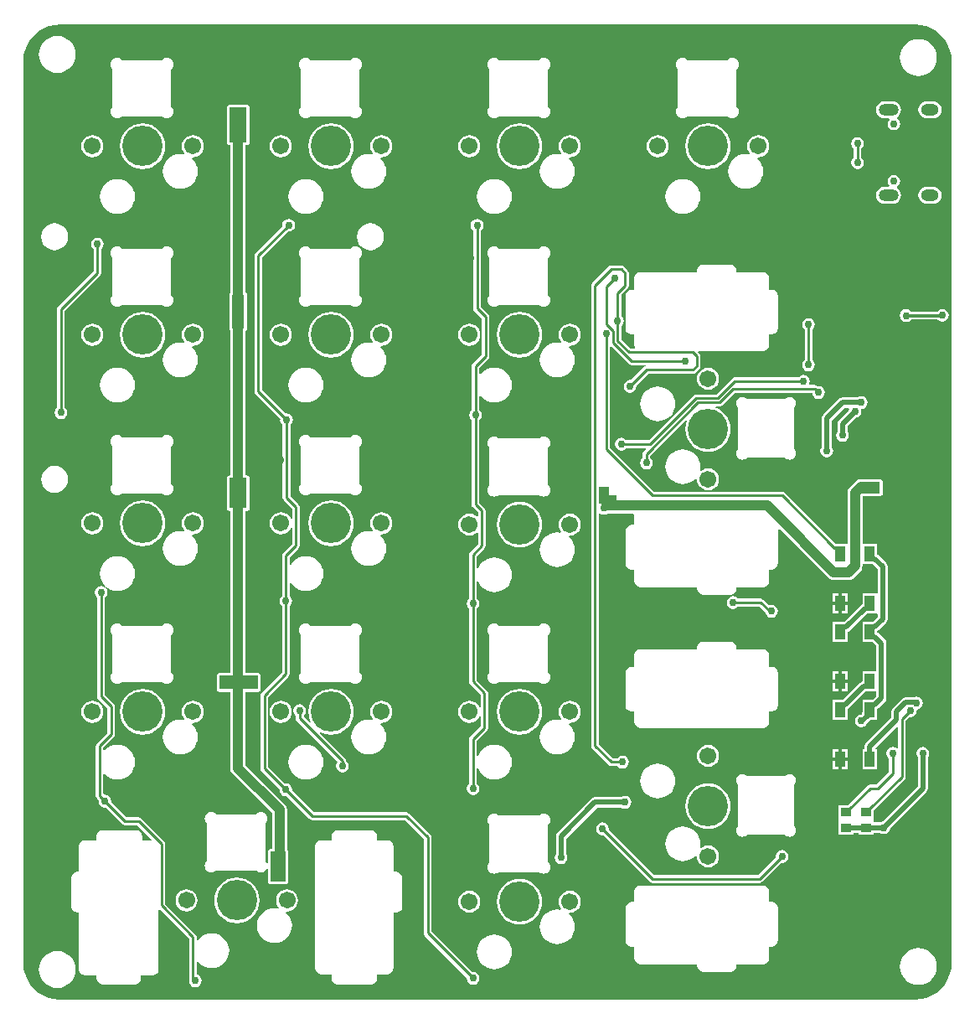
<source format=gtl>
G04*
G04 #@! TF.GenerationSoftware,Altium Limited,Altium Designer,19.1.2 (11)*
G04*
G04 Layer_Physical_Order=1*
G04 Layer_Color=128*
%FSLAX25Y25*%
%MOIN*%
G70*
G01*
G75*
%ADD10C,0.01000*%
%ADD13R,0.03937X0.05906*%
%ADD14R,0.03858X0.03661*%
%ADD25C,0.04000*%
%ADD26C,0.02000*%
%ADD27C,0.03000*%
%ADD28C,0.01200*%
%ADD29R,0.06000X0.06000*%
%ADD30R,0.06000X0.12000*%
%ADD31R,0.15500X0.05500*%
%ADD32R,0.05000X0.13500*%
%ADD33R,0.07000X0.14000*%
%ADD34R,0.07000X0.12000*%
%ADD35R,0.04000X0.07000*%
%ADD36R,0.07500X0.04500*%
%ADD37O,0.07874X0.04724*%
%ADD38O,0.07087X0.04724*%
%ADD39C,0.02953*%
%ADD40C,0.16000*%
%ADD41C,0.06700*%
%ADD42C,0.03000*%
G36*
X17779Y390495D02*
X18000Y390451D01*
X358338D01*
X360057Y390316D01*
X362307Y389775D01*
X364445Y388890D01*
X366418Y387681D01*
X368178Y386178D01*
X369681Y384418D01*
X370890Y382445D01*
X371776Y380307D01*
X372316Y378057D01*
X372451Y376338D01*
Y17000D01*
X372470Y16904D01*
X372316Y14943D01*
X371776Y12693D01*
X370890Y10555D01*
X369681Y8582D01*
X368178Y6822D01*
X366418Y5319D01*
X364445Y4110D01*
X362307Y3224D01*
X360057Y2684D01*
X358096Y2530D01*
X358000Y2549D01*
X18035D01*
X18031Y2549D01*
X18030Y2549D01*
X18000Y2549D01*
X17537Y2542D01*
X17048Y2558D01*
X15443Y2684D01*
X13193Y3224D01*
X11055Y4110D01*
X9082Y5319D01*
X7322Y6822D01*
X5819Y8582D01*
X4610Y10555D01*
X3725Y12693D01*
X3184Y14943D01*
X3003Y17250D01*
X3005Y17279D01*
X3049Y17500D01*
Y375465D01*
X3049Y375469D01*
X3049Y375470D01*
X3049Y375500D01*
X3042Y375963D01*
X3058Y376452D01*
X3184Y378057D01*
X3725Y380307D01*
X4610Y382445D01*
X5819Y384418D01*
X7322Y386178D01*
X9082Y387681D01*
X11055Y388890D01*
X13193Y389775D01*
X15443Y390316D01*
X17750Y390497D01*
X17779Y390495D01*
D02*
G37*
%LPC*%
G36*
X285100Y377097D02*
X284428Y377009D01*
X283802Y376749D01*
X283264Y376336D01*
X283187Y376236D01*
X267213D01*
X267136Y376336D01*
X266599Y376749D01*
X265972Y377009D01*
X265300Y377097D01*
X264628Y377009D01*
X264001Y376749D01*
X263464Y376336D01*
X263051Y375799D01*
X262791Y375172D01*
X262703Y374500D01*
X262791Y373828D01*
X263051Y373201D01*
X263464Y372664D01*
X263570Y372582D01*
Y357618D01*
X263464Y357536D01*
X263051Y356998D01*
X262791Y356372D01*
X262703Y355700D01*
X262791Y355028D01*
X263051Y354401D01*
X263464Y353864D01*
X263570Y353782D01*
Y353764D01*
X263594D01*
X264001Y353451D01*
X264628Y353191D01*
X265300Y353103D01*
X265972Y353191D01*
X266599Y353451D01*
X267006Y353764D01*
X283394D01*
X283802Y353451D01*
X284428Y353191D01*
X285100Y353103D01*
X285772Y353191D01*
X286399Y353451D01*
X286806Y353764D01*
X286830D01*
Y353782D01*
X286936Y353864D01*
X287349Y354401D01*
X287609Y355028D01*
X287697Y355700D01*
X287609Y356372D01*
X287349Y356998D01*
X286936Y357536D01*
X286830Y357618D01*
Y372582D01*
X286936Y372664D01*
X287349Y373201D01*
X287609Y373828D01*
X287697Y374500D01*
X287609Y375172D01*
X287349Y375799D01*
X286936Y376336D01*
X286399Y376749D01*
X285772Y377009D01*
X285100Y377097D01*
D02*
G37*
G36*
X210100D02*
X209428Y377009D01*
X208802Y376749D01*
X208264Y376336D01*
X208187Y376236D01*
X192213D01*
X192136Y376336D01*
X191598Y376749D01*
X190972Y377009D01*
X190300Y377097D01*
X189628Y377009D01*
X189002Y376749D01*
X188464Y376336D01*
X188051Y375799D01*
X187792Y375172D01*
X187703Y374500D01*
X187792Y373828D01*
X188051Y373201D01*
X188464Y372664D01*
X188570Y372582D01*
Y357618D01*
X188464Y357536D01*
X188051Y356998D01*
X187792Y356372D01*
X187703Y355700D01*
X187792Y355028D01*
X188051Y354401D01*
X188464Y353864D01*
X188570Y353782D01*
Y353764D01*
X188594D01*
X189002Y353451D01*
X189628Y353191D01*
X190300Y353103D01*
X190972Y353191D01*
X191598Y353451D01*
X192006Y353764D01*
X208394D01*
X208802Y353451D01*
X209428Y353191D01*
X210100Y353103D01*
X210772Y353191D01*
X211399Y353451D01*
X211806Y353764D01*
X211830D01*
Y353782D01*
X211936Y353864D01*
X212349Y354401D01*
X212609Y355028D01*
X212697Y355700D01*
X212609Y356372D01*
X212349Y356998D01*
X211936Y357536D01*
X211830Y357618D01*
Y372582D01*
X211936Y372664D01*
X212349Y373201D01*
X212609Y373828D01*
X212697Y374500D01*
X212609Y375172D01*
X212349Y375799D01*
X211936Y376336D01*
X211399Y376749D01*
X210772Y377009D01*
X210100Y377097D01*
D02*
G37*
G36*
X135100D02*
X134428Y377009D01*
X133801Y376749D01*
X133264Y376336D01*
X133187Y376236D01*
X117213D01*
X117136Y376336D01*
X116598Y376749D01*
X115972Y377009D01*
X115300Y377097D01*
X114628Y377009D01*
X114002Y376749D01*
X113464Y376336D01*
X113051Y375799D01*
X112792Y375172D01*
X112703Y374500D01*
X112792Y373828D01*
X113051Y373201D01*
X113464Y372664D01*
X113570Y372582D01*
Y357618D01*
X113464Y357536D01*
X113051Y356998D01*
X112792Y356372D01*
X112703Y355700D01*
X112792Y355028D01*
X113051Y354401D01*
X113464Y353864D01*
X113570Y353782D01*
Y353764D01*
X113594D01*
X114002Y353451D01*
X114628Y353191D01*
X115300Y353103D01*
X115972Y353191D01*
X116598Y353451D01*
X117006Y353764D01*
X133394D01*
X133801Y353451D01*
X134428Y353191D01*
X135100Y353103D01*
X135772Y353191D01*
X136398Y353451D01*
X136806Y353764D01*
X136830D01*
Y353782D01*
X136936Y353864D01*
X137349Y354401D01*
X137609Y355028D01*
X137697Y355700D01*
X137609Y356372D01*
X137349Y356998D01*
X136936Y357536D01*
X136830Y357618D01*
Y372582D01*
X136936Y372664D01*
X137349Y373201D01*
X137609Y373828D01*
X137697Y374500D01*
X137609Y375172D01*
X137349Y375799D01*
X136936Y376336D01*
X136398Y376749D01*
X135772Y377009D01*
X135100Y377097D01*
D02*
G37*
G36*
X60100D02*
X59428Y377009D01*
X58802Y376749D01*
X58264Y376336D01*
X58187Y376236D01*
X42213D01*
X42136Y376336D01*
X41598Y376749D01*
X40972Y377009D01*
X40300Y377097D01*
X39628Y377009D01*
X39002Y376749D01*
X38464Y376336D01*
X38051Y375799D01*
X37791Y375172D01*
X37703Y374500D01*
X37791Y373828D01*
X38051Y373201D01*
X38464Y372664D01*
X38570Y372582D01*
Y357618D01*
X38464Y357536D01*
X38051Y356998D01*
X37791Y356372D01*
X37703Y355700D01*
X37791Y355028D01*
X38051Y354401D01*
X38464Y353864D01*
X38570Y353782D01*
Y353764D01*
X38594D01*
X39002Y353451D01*
X39628Y353191D01*
X40300Y353103D01*
X40972Y353191D01*
X41598Y353451D01*
X42006Y353764D01*
X58394D01*
X58802Y353451D01*
X59428Y353191D01*
X60100Y353103D01*
X60772Y353191D01*
X61399Y353451D01*
X61806Y353764D01*
X61830D01*
Y353782D01*
X61936Y353864D01*
X62349Y354401D01*
X62608Y355028D01*
X62697Y355700D01*
X62608Y356372D01*
X62349Y356998D01*
X61936Y357536D01*
X61830Y357618D01*
Y372582D01*
X61936Y372664D01*
X62349Y373201D01*
X62608Y373828D01*
X62697Y374500D01*
X62608Y375172D01*
X62349Y375799D01*
X61936Y376336D01*
X61399Y376749D01*
X60772Y377009D01*
X60100Y377097D01*
D02*
G37*
G36*
X16500Y385835D02*
X15069Y385694D01*
X13693Y385276D01*
X12425Y384598D01*
X11314Y383686D01*
X10402Y382575D01*
X9724Y381307D01*
X9306Y379931D01*
X9166Y378500D01*
X9306Y377069D01*
X9724Y375693D01*
X10402Y374425D01*
X11314Y373314D01*
X12425Y372402D01*
X13693Y371724D01*
X15069Y371306D01*
X16500Y371165D01*
X17931Y371306D01*
X19307Y371724D01*
X20575Y372402D01*
X21686Y373314D01*
X22598Y374425D01*
X23276Y375693D01*
X23694Y377069D01*
X23834Y378500D01*
X23694Y379931D01*
X23276Y381307D01*
X22598Y382575D01*
X21686Y383686D01*
X20575Y384598D01*
X19307Y385276D01*
X17931Y385694D01*
X16500Y385835D01*
D02*
G37*
G36*
X359252Y384587D02*
X357821Y384446D01*
X356445Y384028D01*
X355177Y383350D01*
X354066Y382438D01*
X353153Y381327D01*
X352476Y380059D01*
X352058Y378683D01*
X351917Y377252D01*
X352058Y375821D01*
X352476Y374445D01*
X353153Y373177D01*
X354066Y372066D01*
X355177Y371153D01*
X356445Y370476D01*
X357821Y370058D01*
X359252Y369917D01*
X360683Y370058D01*
X362059Y370476D01*
X363327Y371153D01*
X364438Y372066D01*
X365350Y373177D01*
X366028Y374445D01*
X366446Y375821D01*
X366586Y377252D01*
X366446Y378683D01*
X366028Y380059D01*
X365350Y381327D01*
X364438Y382438D01*
X363327Y383350D01*
X362059Y384028D01*
X360683Y384446D01*
X359252Y384587D01*
D02*
G37*
G36*
X365013Y359899D02*
X362650D01*
X361773Y359784D01*
X360955Y359445D01*
X360252Y358906D01*
X359714Y358204D01*
X359375Y357386D01*
X359259Y356508D01*
X359375Y355630D01*
X359714Y354812D01*
X360252Y354110D01*
X360955Y353571D01*
X361773Y353232D01*
X362650Y353117D01*
X365013D01*
X365890Y353232D01*
X366708Y353571D01*
X367411Y354110D01*
X367950Y354812D01*
X368288Y355630D01*
X368404Y356508D01*
X368288Y357386D01*
X367950Y358204D01*
X367411Y358906D01*
X366708Y359445D01*
X365890Y359784D01*
X365013Y359899D01*
D02*
G37*
G36*
X348949D02*
X345800D01*
X344922Y359784D01*
X344104Y359445D01*
X343402Y358906D01*
X342863Y358204D01*
X342524Y357386D01*
X342408Y356508D01*
X342524Y355630D01*
X342863Y354812D01*
X343402Y354110D01*
X344104Y353571D01*
X344922Y353232D01*
X345800Y353117D01*
X347523D01*
X347645Y352617D01*
X347129Y351844D01*
X346937Y350878D01*
X347129Y349912D01*
X347676Y349093D01*
X348495Y348545D01*
X349462Y348353D01*
X350428Y348545D01*
X351247Y349093D01*
X351794Y349912D01*
X351986Y350878D01*
X351794Y351844D01*
X351247Y352663D01*
X350678Y353044D01*
X350660Y353332D01*
X350712Y353622D01*
X351347Y354110D01*
X351886Y354812D01*
X352225Y355630D01*
X352341Y356508D01*
X352225Y357386D01*
X351886Y358204D01*
X351347Y358906D01*
X350645Y359445D01*
X349827Y359784D01*
X348949Y359899D01*
D02*
G37*
G36*
X295500Y346388D02*
X294364Y346238D01*
X293306Y345800D01*
X292397Y345103D01*
X291700Y344194D01*
X291262Y343136D01*
X291112Y342000D01*
X291262Y340864D01*
X291700Y339806D01*
X292132Y339244D01*
X291878Y338843D01*
X291837Y338807D01*
X290500Y338939D01*
X289146Y338806D01*
X287845Y338411D01*
X286645Y337770D01*
X285593Y336907D01*
X284731Y335855D01*
X284089Y334655D01*
X283694Y333354D01*
X283561Y332000D01*
X283694Y330646D01*
X284089Y329345D01*
X284731Y328145D01*
X285593Y327093D01*
X286645Y326231D01*
X287845Y325589D01*
X289146Y325194D01*
X290500Y325061D01*
X291854Y325194D01*
X293155Y325589D01*
X294355Y326231D01*
X295407Y327093D01*
X296269Y328145D01*
X296911Y329345D01*
X297306Y330646D01*
X297439Y332000D01*
X297306Y333354D01*
X296911Y334655D01*
X296269Y335855D01*
X295407Y336907D01*
X295096Y337161D01*
X295303Y337638D01*
X295500Y337613D01*
X296636Y337762D01*
X297694Y338200D01*
X298603Y338897D01*
X299300Y339806D01*
X299738Y340864D01*
X299887Y342000D01*
X299738Y343136D01*
X299300Y344194D01*
X298603Y345103D01*
X297694Y345800D01*
X296636Y346238D01*
X295500Y346388D01*
D02*
G37*
G36*
X220500D02*
X219364Y346238D01*
X218306Y345800D01*
X217397Y345103D01*
X216700Y344194D01*
X216262Y343136D01*
X216112Y342000D01*
X216262Y340864D01*
X216700Y339806D01*
X217132Y339244D01*
X216878Y338843D01*
X216837Y338807D01*
X215500Y338939D01*
X214146Y338806D01*
X212845Y338411D01*
X211645Y337770D01*
X210593Y336907D01*
X209731Y335855D01*
X209089Y334655D01*
X208694Y333354D01*
X208561Y332000D01*
X208694Y330646D01*
X209089Y329345D01*
X209731Y328145D01*
X210593Y327093D01*
X211645Y326231D01*
X212845Y325589D01*
X214146Y325194D01*
X215500Y325061D01*
X216854Y325194D01*
X218155Y325589D01*
X219355Y326231D01*
X220407Y327093D01*
X221269Y328145D01*
X221911Y329345D01*
X222306Y330646D01*
X222439Y332000D01*
X222306Y333354D01*
X221911Y334655D01*
X221269Y335855D01*
X220407Y336907D01*
X220096Y337161D01*
X220303Y337638D01*
X220500Y337613D01*
X221636Y337762D01*
X222694Y338200D01*
X223603Y338897D01*
X224300Y339806D01*
X224738Y340864D01*
X224887Y342000D01*
X224738Y343136D01*
X224300Y344194D01*
X223603Y345103D01*
X222694Y345800D01*
X221636Y346238D01*
X220500Y346388D01*
D02*
G37*
G36*
X145500D02*
X144364Y346238D01*
X143306Y345800D01*
X142397Y345103D01*
X141700Y344194D01*
X141262Y343136D01*
X141112Y342000D01*
X141262Y340864D01*
X141700Y339806D01*
X142132Y339244D01*
X141877Y338843D01*
X141837Y338807D01*
X140500Y338939D01*
X139146Y338806D01*
X137845Y338411D01*
X136645Y337770D01*
X135593Y336907D01*
X134731Y335855D01*
X134089Y334655D01*
X133694Y333354D01*
X133561Y332000D01*
X133694Y330646D01*
X134089Y329345D01*
X134731Y328145D01*
X135593Y327093D01*
X136645Y326231D01*
X137845Y325589D01*
X139146Y325194D01*
X140500Y325061D01*
X141854Y325194D01*
X143155Y325589D01*
X144355Y326231D01*
X145407Y327093D01*
X146270Y328145D01*
X146911Y329345D01*
X147306Y330646D01*
X147439Y332000D01*
X147306Y333354D01*
X146911Y334655D01*
X146270Y335855D01*
X145407Y336907D01*
X145096Y337161D01*
X145303Y337638D01*
X145500Y337613D01*
X146636Y337762D01*
X147694Y338200D01*
X148602Y338897D01*
X149300Y339806D01*
X149738Y340864D01*
X149888Y342000D01*
X149738Y343136D01*
X149300Y344194D01*
X148602Y345103D01*
X147694Y345800D01*
X146636Y346238D01*
X145500Y346388D01*
D02*
G37*
G36*
X70500D02*
X69364Y346238D01*
X68306Y345800D01*
X67397Y345103D01*
X66700Y344194D01*
X66262Y343136D01*
X66113Y342000D01*
X66262Y340864D01*
X66700Y339806D01*
X67132Y339244D01*
X66878Y338843D01*
X66837Y338807D01*
X65500Y338939D01*
X64146Y338806D01*
X62845Y338411D01*
X61645Y337770D01*
X60593Y336907D01*
X59730Y335855D01*
X59089Y334655D01*
X58694Y333354D01*
X58561Y332000D01*
X58694Y330646D01*
X59089Y329345D01*
X59730Y328145D01*
X60593Y327093D01*
X61645Y326231D01*
X62845Y325589D01*
X64146Y325194D01*
X65500Y325061D01*
X66854Y325194D01*
X68155Y325589D01*
X69355Y326231D01*
X70407Y327093D01*
X71270Y328145D01*
X71911Y329345D01*
X72306Y330646D01*
X72439Y332000D01*
X72306Y333354D01*
X71911Y334655D01*
X71270Y335855D01*
X70407Y336907D01*
X70096Y337161D01*
X70303Y337638D01*
X70500Y337613D01*
X71636Y337762D01*
X72694Y338200D01*
X73602Y338897D01*
X74300Y339806D01*
X74738Y340864D01*
X74888Y342000D01*
X74738Y343136D01*
X74300Y344194D01*
X73602Y345103D01*
X72694Y345800D01*
X71636Y346238D01*
X70500Y346388D01*
D02*
G37*
G36*
X255500D02*
X254364Y346238D01*
X253306Y345800D01*
X252397Y345103D01*
X251700Y344194D01*
X251262Y343136D01*
X251113Y342000D01*
X251262Y340864D01*
X251700Y339806D01*
X252397Y338897D01*
X253306Y338200D01*
X254364Y337762D01*
X255500Y337613D01*
X256636Y337762D01*
X257694Y338200D01*
X258602Y338897D01*
X259300Y339806D01*
X259738Y340864D01*
X259888Y342000D01*
X259738Y343136D01*
X259300Y344194D01*
X258602Y345103D01*
X257694Y345800D01*
X256636Y346238D01*
X255500Y346388D01*
D02*
G37*
G36*
X180500D02*
X179364Y346238D01*
X178306Y345800D01*
X177398Y345103D01*
X176700Y344194D01*
X176262Y343136D01*
X176112Y342000D01*
X176262Y340864D01*
X176700Y339806D01*
X177398Y338897D01*
X178306Y338200D01*
X179364Y337762D01*
X180500Y337613D01*
X181636Y337762D01*
X182694Y338200D01*
X183602Y338897D01*
X184300Y339806D01*
X184738Y340864D01*
X184888Y342000D01*
X184738Y343136D01*
X184300Y344194D01*
X183602Y345103D01*
X182694Y345800D01*
X181636Y346238D01*
X180500Y346388D01*
D02*
G37*
G36*
X105500D02*
X104364Y346238D01*
X103306Y345800D01*
X102398Y345103D01*
X101700Y344194D01*
X101262Y343136D01*
X101112Y342000D01*
X101262Y340864D01*
X101700Y339806D01*
X102398Y338897D01*
X103306Y338200D01*
X104364Y337762D01*
X105500Y337613D01*
X106636Y337762D01*
X107694Y338200D01*
X108602Y338897D01*
X109300Y339806D01*
X109738Y340864D01*
X109888Y342000D01*
X109738Y343136D01*
X109300Y344194D01*
X108602Y345103D01*
X107694Y345800D01*
X106636Y346238D01*
X105500Y346388D01*
D02*
G37*
G36*
X30500D02*
X29364Y346238D01*
X28306Y345800D01*
X27398Y345103D01*
X26700Y344194D01*
X26262Y343136D01*
X26112Y342000D01*
X26262Y340864D01*
X26700Y339806D01*
X27398Y338897D01*
X28306Y338200D01*
X29364Y337762D01*
X30500Y337613D01*
X31636Y337762D01*
X32694Y338200D01*
X33602Y338897D01*
X34300Y339806D01*
X34738Y340864D01*
X34887Y342000D01*
X34738Y343136D01*
X34300Y344194D01*
X33602Y345103D01*
X32694Y345800D01*
X31636Y346238D01*
X30500Y346388D01*
D02*
G37*
G36*
X275500Y351044D02*
X273736Y350870D01*
X272039Y350355D01*
X270476Y349519D01*
X269105Y348395D01*
X267981Y347024D01*
X267145Y345461D01*
X266630Y343764D01*
X266456Y342000D01*
X266630Y340236D01*
X267145Y338539D01*
X267981Y336976D01*
X269105Y335605D01*
X270476Y334481D01*
X272039Y333645D01*
X273736Y333130D01*
X275500Y332956D01*
X277264Y333130D01*
X278961Y333645D01*
X280524Y334481D01*
X281895Y335605D01*
X283019Y336976D01*
X283855Y338539D01*
X284370Y340236D01*
X284544Y342000D01*
X284370Y343764D01*
X283855Y345461D01*
X283019Y347024D01*
X281895Y348395D01*
X280524Y349519D01*
X278961Y350355D01*
X277264Y350870D01*
X275500Y351044D01*
D02*
G37*
G36*
X200500D02*
X198736Y350870D01*
X197039Y350355D01*
X195476Y349519D01*
X194105Y348395D01*
X192981Y347024D01*
X192145Y345461D01*
X191630Y343764D01*
X191456Y342000D01*
X191630Y340236D01*
X192145Y338539D01*
X192981Y336976D01*
X194105Y335605D01*
X195476Y334481D01*
X197039Y333645D01*
X198736Y333130D01*
X200500Y332956D01*
X202264Y333130D01*
X203961Y333645D01*
X205524Y334481D01*
X206895Y335605D01*
X208019Y336976D01*
X208855Y338539D01*
X209370Y340236D01*
X209544Y342000D01*
X209370Y343764D01*
X208855Y345461D01*
X208019Y347024D01*
X206895Y348395D01*
X205524Y349519D01*
X203961Y350355D01*
X202264Y350870D01*
X200500Y351044D01*
D02*
G37*
G36*
X125500D02*
X123736Y350870D01*
X122039Y350355D01*
X120476Y349519D01*
X119105Y348395D01*
X117981Y347024D01*
X117145Y345461D01*
X116630Y343764D01*
X116456Y342000D01*
X116630Y340236D01*
X117145Y338539D01*
X117981Y336976D01*
X119105Y335605D01*
X120476Y334481D01*
X122039Y333645D01*
X123736Y333130D01*
X125500Y332956D01*
X127264Y333130D01*
X128961Y333645D01*
X130524Y334481D01*
X131895Y335605D01*
X133019Y336976D01*
X133855Y338539D01*
X134370Y340236D01*
X134544Y342000D01*
X134370Y343764D01*
X133855Y345461D01*
X133019Y347024D01*
X131895Y348395D01*
X130524Y349519D01*
X128961Y350355D01*
X127264Y350870D01*
X125500Y351044D01*
D02*
G37*
G36*
X50500D02*
X48736Y350870D01*
X47039Y350355D01*
X45476Y349519D01*
X44105Y348395D01*
X42981Y347024D01*
X42145Y345461D01*
X41630Y343764D01*
X41456Y342000D01*
X41630Y340236D01*
X42145Y338539D01*
X42981Y336976D01*
X44105Y335605D01*
X45476Y334481D01*
X47039Y333645D01*
X48736Y333130D01*
X50500Y332956D01*
X52264Y333130D01*
X53961Y333645D01*
X55524Y334481D01*
X56895Y335605D01*
X58019Y336976D01*
X58855Y338539D01*
X59370Y340236D01*
X59544Y342000D01*
X59370Y343764D01*
X58855Y345461D01*
X58019Y347024D01*
X56895Y348395D01*
X55524Y349519D01*
X53961Y350355D01*
X52264Y350870D01*
X50500Y351044D01*
D02*
G37*
G36*
X335000Y345549D02*
X334025Y345355D01*
X333198Y344802D01*
X332645Y343975D01*
X332451Y343000D01*
X332645Y342024D01*
X333198Y341198D01*
X333471Y341015D01*
Y337485D01*
X333198Y337302D01*
X332645Y336475D01*
X332451Y335500D01*
X332645Y334524D01*
X333198Y333698D01*
X334025Y333145D01*
X335000Y332951D01*
X335976Y333145D01*
X336802Y333698D01*
X337355Y334524D01*
X337549Y335500D01*
X337355Y336475D01*
X336802Y337302D01*
X336529Y337485D01*
Y341015D01*
X336802Y341198D01*
X337355Y342024D01*
X337549Y343000D01*
X337355Y343975D01*
X336802Y344802D01*
X335976Y345355D01*
X335000Y345549D01*
D02*
G37*
G36*
X365013Y325883D02*
X362650D01*
X361773Y325768D01*
X360955Y325429D01*
X360252Y324890D01*
X359714Y324188D01*
X359375Y323370D01*
X359259Y322492D01*
X359375Y321614D01*
X359714Y320796D01*
X360252Y320094D01*
X360955Y319555D01*
X361773Y319216D01*
X362650Y319101D01*
X365013D01*
X365890Y319216D01*
X366708Y319555D01*
X367411Y320094D01*
X367950Y320796D01*
X368288Y321614D01*
X368404Y322492D01*
X368288Y323370D01*
X367950Y324188D01*
X367411Y324890D01*
X366708Y325429D01*
X365890Y325768D01*
X365013Y325883D01*
D02*
G37*
G36*
X349462Y330647D02*
X348495Y330455D01*
X347676Y329907D01*
X347129Y329088D01*
X346937Y328122D01*
X347129Y327156D01*
X347645Y326383D01*
X347523Y325883D01*
X345800D01*
X344922Y325768D01*
X344104Y325429D01*
X343402Y324890D01*
X342863Y324188D01*
X342524Y323370D01*
X342408Y322492D01*
X342524Y321614D01*
X342863Y320796D01*
X343402Y320094D01*
X344104Y319555D01*
X344922Y319216D01*
X345800Y319101D01*
X348949D01*
X349827Y319216D01*
X350645Y319555D01*
X351347Y320094D01*
X351886Y320796D01*
X352225Y321614D01*
X352341Y322492D01*
X352225Y323370D01*
X351886Y324188D01*
X351347Y324890D01*
X350712Y325378D01*
X350660Y325668D01*
X350678Y325956D01*
X351247Y326337D01*
X351794Y327156D01*
X351986Y328122D01*
X351794Y329088D01*
X351247Y329907D01*
X350428Y330455D01*
X349462Y330647D01*
D02*
G37*
G36*
X265500Y328939D02*
X264146Y328806D01*
X262845Y328411D01*
X261645Y327769D01*
X260593Y326907D01*
X259731Y325855D01*
X259089Y324655D01*
X258694Y323354D01*
X258561Y322000D01*
X258694Y320646D01*
X259089Y319345D01*
X259731Y318145D01*
X260593Y317093D01*
X261645Y316231D01*
X262845Y315589D01*
X264146Y315194D01*
X265500Y315061D01*
X266854Y315194D01*
X268155Y315589D01*
X269355Y316231D01*
X270407Y317093D01*
X271269Y318145D01*
X271911Y319345D01*
X272306Y320646D01*
X272439Y322000D01*
X272306Y323354D01*
X271911Y324655D01*
X271269Y325855D01*
X270407Y326907D01*
X269355Y327769D01*
X268155Y328411D01*
X266854Y328806D01*
X265500Y328939D01*
D02*
G37*
G36*
X190500D02*
X189146Y328806D01*
X187845Y328411D01*
X186645Y327769D01*
X185593Y326907D01*
X184731Y325855D01*
X184089Y324655D01*
X183694Y323354D01*
X183561Y322000D01*
X183694Y320646D01*
X184089Y319345D01*
X184731Y318145D01*
X185593Y317093D01*
X186645Y316231D01*
X187845Y315589D01*
X189146Y315194D01*
X190500Y315061D01*
X191854Y315194D01*
X193155Y315589D01*
X194355Y316231D01*
X195407Y317093D01*
X196270Y318145D01*
X196911Y319345D01*
X197306Y320646D01*
X197439Y322000D01*
X197306Y323354D01*
X196911Y324655D01*
X196270Y325855D01*
X195407Y326907D01*
X194355Y327769D01*
X193155Y328411D01*
X191854Y328806D01*
X190500Y328939D01*
D02*
G37*
G36*
X115500D02*
X114146Y328806D01*
X112845Y328411D01*
X111645Y327769D01*
X110593Y326907D01*
X109731Y325855D01*
X109089Y324655D01*
X108694Y323354D01*
X108561Y322000D01*
X108694Y320646D01*
X109089Y319345D01*
X109731Y318145D01*
X110593Y317093D01*
X111645Y316231D01*
X112845Y315589D01*
X114146Y315194D01*
X115500Y315061D01*
X116854Y315194D01*
X118155Y315589D01*
X119355Y316231D01*
X120407Y317093D01*
X121270Y318145D01*
X121911Y319345D01*
X122306Y320646D01*
X122439Y322000D01*
X122306Y323354D01*
X121911Y324655D01*
X121270Y325855D01*
X120407Y326907D01*
X119355Y327769D01*
X118155Y328411D01*
X116854Y328806D01*
X115500Y328939D01*
D02*
G37*
G36*
X40500D02*
X39146Y328806D01*
X37845Y328411D01*
X36645Y327769D01*
X35593Y326907D01*
X34730Y325855D01*
X34089Y324655D01*
X33694Y323354D01*
X33561Y322000D01*
X33694Y320646D01*
X34089Y319345D01*
X34730Y318145D01*
X35593Y317093D01*
X36645Y316231D01*
X37845Y315589D01*
X39146Y315194D01*
X40500Y315061D01*
X41854Y315194D01*
X43155Y315589D01*
X44355Y316231D01*
X45407Y317093D01*
X46270Y318145D01*
X46911Y319345D01*
X47306Y320646D01*
X47439Y322000D01*
X47306Y323354D01*
X46911Y324655D01*
X46270Y325855D01*
X45407Y326907D01*
X44355Y327769D01*
X43155Y328411D01*
X41854Y328806D01*
X40500Y328939D01*
D02*
G37*
G36*
X108600Y313149D02*
X107624Y312955D01*
X106798Y312402D01*
X106245Y311576D01*
X106051Y310600D01*
X106115Y310278D01*
X95419Y299581D01*
X95087Y299085D01*
X94971Y298500D01*
Y244500D01*
X95087Y243915D01*
X95419Y243419D01*
X105265Y233572D01*
X105201Y233250D01*
X105395Y232275D01*
X105948Y231448D01*
X106221Y231265D01*
Y202250D01*
X106337Y201665D01*
X106669Y201169D01*
X109971Y197866D01*
Y193881D01*
X109471Y193781D01*
X109300Y194194D01*
X108602Y195103D01*
X107694Y195800D01*
X106636Y196238D01*
X105500Y196388D01*
X104364Y196238D01*
X103306Y195800D01*
X102398Y195103D01*
X101700Y194194D01*
X101262Y193136D01*
X101112Y192000D01*
X101262Y190864D01*
X101700Y189806D01*
X102398Y188898D01*
X103306Y188200D01*
X104364Y187762D01*
X105500Y187612D01*
X106636Y187762D01*
X107694Y188200D01*
X108602Y188898D01*
X109300Y189806D01*
X109471Y190219D01*
X109971Y190119D01*
Y183633D01*
X106419Y180081D01*
X106087Y179585D01*
X105971Y179000D01*
Y162985D01*
X105698Y162802D01*
X105145Y161976D01*
X104951Y161000D01*
X105145Y160024D01*
X105698Y159198D01*
X105971Y159015D01*
Y132633D01*
X97919Y124581D01*
X97587Y124085D01*
X97471Y123500D01*
Y94500D01*
X97587Y93915D01*
X97919Y93419D01*
X105015Y86322D01*
X104951Y86000D01*
X105145Y85024D01*
X105698Y84198D01*
X106525Y83645D01*
X107500Y83451D01*
X107822Y83515D01*
X116919Y74419D01*
X117415Y74087D01*
X118000Y73971D01*
X154867D01*
X162471Y66366D01*
Y29000D01*
X162587Y28415D01*
X162919Y27919D01*
X179515Y11322D01*
X179451Y11000D01*
X179645Y10025D01*
X180198Y9198D01*
X181025Y8645D01*
X182000Y8451D01*
X182975Y8645D01*
X183802Y9198D01*
X184355Y10025D01*
X184549Y11000D01*
X184355Y11975D01*
X183802Y12802D01*
X182975Y13355D01*
X182000Y13549D01*
X181678Y13485D01*
X165529Y29634D01*
Y67000D01*
X165413Y67585D01*
X165081Y68081D01*
X156581Y76581D01*
X156085Y76913D01*
X155500Y77029D01*
X118633D01*
X109985Y85678D01*
X110049Y86000D01*
X109855Y86976D01*
X109302Y87802D01*
X108475Y88355D01*
X107500Y88549D01*
X107178Y88485D01*
X100529Y95134D01*
Y122866D01*
X108581Y130919D01*
X108913Y131415D01*
X109029Y132000D01*
Y159015D01*
X109302Y159198D01*
X109855Y160024D01*
X110049Y161000D01*
X109855Y161976D01*
X109302Y162802D01*
X109029Y162985D01*
Y168396D01*
X109529Y168521D01*
X109731Y168145D01*
X110593Y167093D01*
X111645Y166230D01*
X112845Y165589D01*
X114146Y165194D01*
X115500Y165061D01*
X116854Y165194D01*
X118155Y165589D01*
X119355Y166230D01*
X120407Y167093D01*
X121270Y168145D01*
X121911Y169345D01*
X122306Y170646D01*
X122439Y172000D01*
X122306Y173354D01*
X121911Y174655D01*
X121270Y175855D01*
X120407Y176907D01*
X119355Y177769D01*
X118155Y178411D01*
X116854Y178806D01*
X115500Y178939D01*
X114146Y178806D01*
X112845Y178411D01*
X111645Y177769D01*
X110593Y176907D01*
X109731Y175855D01*
X109529Y175479D01*
X109029Y175604D01*
Y178366D01*
X112581Y181919D01*
X112913Y182415D01*
X113029Y183000D01*
Y198500D01*
X112913Y199085D01*
X112581Y199581D01*
X109279Y202884D01*
Y231265D01*
X109552Y231448D01*
X110105Y232275D01*
X110299Y233250D01*
X110105Y234226D01*
X109552Y235052D01*
X108726Y235605D01*
X107750Y235799D01*
X107428Y235735D01*
X98029Y245133D01*
Y297867D01*
X108278Y308115D01*
X108600Y308051D01*
X109575Y308245D01*
X110402Y308798D01*
X110955Y309625D01*
X111149Y310600D01*
X110955Y311576D01*
X110402Y312402D01*
X109575Y312955D01*
X108600Y313149D01*
D02*
G37*
G36*
X210100Y302097D02*
X209428Y302009D01*
X208802Y301749D01*
X208264Y301336D01*
X208187Y301236D01*
X192213D01*
X192136Y301336D01*
X191598Y301749D01*
X190972Y302009D01*
X190300Y302097D01*
X189628Y302009D01*
X189002Y301749D01*
X188464Y301336D01*
X188051Y300799D01*
X187792Y300172D01*
X187703Y299500D01*
X187792Y298828D01*
X188051Y298201D01*
X188464Y297664D01*
X188570Y297582D01*
Y282618D01*
X188464Y282536D01*
X188051Y281998D01*
X187792Y281372D01*
X187703Y280700D01*
X187792Y280028D01*
X188051Y279401D01*
X188464Y278864D01*
X188570Y278782D01*
Y278764D01*
X188594D01*
X189002Y278451D01*
X189628Y278191D01*
X190300Y278103D01*
X190972Y278191D01*
X191598Y278451D01*
X192006Y278764D01*
X208394D01*
X208802Y278451D01*
X209428Y278191D01*
X210100Y278103D01*
X210772Y278191D01*
X211399Y278451D01*
X211806Y278764D01*
X211830D01*
Y278782D01*
X211936Y278864D01*
X212349Y279401D01*
X212609Y280028D01*
X212697Y280700D01*
X212609Y281372D01*
X212349Y281998D01*
X211936Y282536D01*
X211830Y282618D01*
Y297582D01*
X211936Y297664D01*
X212349Y298201D01*
X212609Y298828D01*
X212697Y299500D01*
X212609Y300172D01*
X212349Y300799D01*
X211936Y301336D01*
X211399Y301749D01*
X210772Y302009D01*
X210100Y302097D01*
D02*
G37*
G36*
X135100D02*
X134428Y302009D01*
X133801Y301749D01*
X133264Y301336D01*
X133187Y301236D01*
X117213D01*
X117136Y301336D01*
X116598Y301749D01*
X115972Y302009D01*
X115300Y302097D01*
X114628Y302009D01*
X114002Y301749D01*
X113464Y301336D01*
X113051Y300799D01*
X112792Y300172D01*
X112703Y299500D01*
X112792Y298828D01*
X113051Y298201D01*
X113464Y297664D01*
X113570Y297582D01*
Y282618D01*
X113464Y282536D01*
X113051Y281998D01*
X112792Y281372D01*
X112703Y280700D01*
X112792Y280028D01*
X113051Y279401D01*
X113464Y278864D01*
X113570Y278782D01*
Y278764D01*
X113594D01*
X114002Y278451D01*
X114628Y278191D01*
X115300Y278103D01*
X115972Y278191D01*
X116598Y278451D01*
X117006Y278764D01*
X133394D01*
X133801Y278451D01*
X134428Y278191D01*
X135100Y278103D01*
X135772Y278191D01*
X136398Y278451D01*
X136806Y278764D01*
X136830D01*
Y278782D01*
X136936Y278864D01*
X137349Y279401D01*
X137609Y280028D01*
X137697Y280700D01*
X137609Y281372D01*
X137349Y281998D01*
X136936Y282536D01*
X136830Y282618D01*
Y297582D01*
X136936Y297664D01*
X137349Y298201D01*
X137609Y298828D01*
X137697Y299500D01*
X137609Y300172D01*
X137349Y300799D01*
X136936Y301336D01*
X136398Y301749D01*
X135772Y302009D01*
X135100Y302097D01*
D02*
G37*
G36*
X60100D02*
X59428Y302009D01*
X58802Y301749D01*
X58264Y301336D01*
X58187Y301236D01*
X42213D01*
X42136Y301336D01*
X41598Y301749D01*
X40972Y302009D01*
X40300Y302097D01*
X39628Y302009D01*
X39002Y301749D01*
X38464Y301336D01*
X38051Y300799D01*
X37791Y300172D01*
X37703Y299500D01*
X37791Y298828D01*
X38051Y298201D01*
X38464Y297664D01*
X38570Y297582D01*
Y282618D01*
X38464Y282536D01*
X38051Y281998D01*
X37791Y281372D01*
X37703Y280700D01*
X37791Y280028D01*
X38051Y279401D01*
X38464Y278864D01*
X38570Y278782D01*
Y278764D01*
X38594D01*
X39002Y278451D01*
X39628Y278191D01*
X40300Y278103D01*
X40972Y278191D01*
X41598Y278451D01*
X42006Y278764D01*
X58394D01*
X58802Y278451D01*
X59428Y278191D01*
X60100Y278103D01*
X60772Y278191D01*
X61399Y278451D01*
X61806Y278764D01*
X61830D01*
Y278782D01*
X61936Y278864D01*
X62349Y279401D01*
X62608Y280028D01*
X62697Y280700D01*
X62608Y281372D01*
X62349Y281998D01*
X61936Y282536D01*
X61830Y282618D01*
Y297582D01*
X61936Y297664D01*
X62349Y298201D01*
X62608Y298828D01*
X62697Y299500D01*
X62608Y300172D01*
X62349Y300799D01*
X61936Y301336D01*
X61399Y301749D01*
X60772Y302009D01*
X60100Y302097D01*
D02*
G37*
G36*
X141220Y311377D02*
X139829Y311193D01*
X138532Y310656D01*
X137419Y309802D01*
X136564Y308688D01*
X136027Y307392D01*
X135844Y306000D01*
X136027Y304608D01*
X136564Y303312D01*
X137419Y302198D01*
X138532Y301344D01*
X139829Y300806D01*
X141220Y300623D01*
X142612Y300806D01*
X143909Y301344D01*
X145022Y302198D01*
X145877Y303312D01*
X146414Y304608D01*
X146597Y306000D01*
X146414Y307392D01*
X145877Y308688D01*
X145022Y309802D01*
X143909Y310656D01*
X142612Y311193D01*
X141220Y311377D01*
D02*
G37*
G36*
X15500D02*
X14108Y311193D01*
X12812Y310656D01*
X11698Y309802D01*
X10844Y308688D01*
X10306Y307392D01*
X10123Y306000D01*
X10306Y304608D01*
X10844Y303312D01*
X11698Y302198D01*
X12812Y301344D01*
X14108Y300806D01*
X15500Y300623D01*
X16892Y300806D01*
X18188Y301344D01*
X19302Y302198D01*
X20156Y303312D01*
X20694Y304608D01*
X20877Y306000D01*
X20694Y307392D01*
X20156Y308688D01*
X19302Y309802D01*
X18188Y310656D01*
X16892Y311193D01*
X15500Y311377D01*
D02*
G37*
G36*
X368770Y277279D02*
X367794Y277085D01*
X366968Y276532D01*
X366800Y276282D01*
X356266D01*
X356152Y276453D01*
X355325Y277006D01*
X354349Y277200D01*
X353374Y277006D01*
X352547Y276453D01*
X351995Y275626D01*
X351800Y274651D01*
X351995Y273675D01*
X352547Y272848D01*
X353374Y272296D01*
X354349Y272101D01*
X355325Y272296D01*
X356152Y272848D01*
X356266Y273019D01*
X366906D01*
X366968Y272928D01*
X367794Y272375D01*
X368770Y272181D01*
X369745Y272375D01*
X370572Y272928D01*
X371125Y273755D01*
X371319Y274730D01*
X371125Y275706D01*
X370572Y276532D01*
X369745Y277085D01*
X368770Y277279D01*
D02*
G37*
G36*
X220500Y271388D02*
X219364Y271238D01*
X218306Y270800D01*
X217397Y270103D01*
X216700Y269194D01*
X216262Y268136D01*
X216112Y267000D01*
X216262Y265864D01*
X216700Y264806D01*
X217132Y264244D01*
X216878Y263843D01*
X216837Y263807D01*
X215500Y263939D01*
X214146Y263806D01*
X212845Y263411D01*
X211645Y262770D01*
X210593Y261907D01*
X209731Y260855D01*
X209089Y259655D01*
X208694Y258354D01*
X208561Y257000D01*
X208694Y255646D01*
X209089Y254345D01*
X209731Y253145D01*
X210593Y252093D01*
X211645Y251231D01*
X212845Y250589D01*
X214146Y250194D01*
X215500Y250061D01*
X216854Y250194D01*
X218155Y250589D01*
X219355Y251231D01*
X220407Y252093D01*
X221269Y253145D01*
X221911Y254345D01*
X222306Y255646D01*
X222439Y257000D01*
X222306Y258354D01*
X221911Y259655D01*
X221269Y260855D01*
X220407Y261907D01*
X220096Y262161D01*
X220303Y262638D01*
X220500Y262613D01*
X221636Y262762D01*
X222694Y263200D01*
X223603Y263897D01*
X224300Y264806D01*
X224738Y265864D01*
X224887Y267000D01*
X224738Y268136D01*
X224300Y269194D01*
X223603Y270103D01*
X222694Y270800D01*
X221636Y271238D01*
X220500Y271388D01*
D02*
G37*
G36*
X145500D02*
X144364Y271238D01*
X143306Y270800D01*
X142397Y270103D01*
X141700Y269194D01*
X141262Y268136D01*
X141112Y267000D01*
X141262Y265864D01*
X141700Y264806D01*
X142132Y264244D01*
X141877Y263843D01*
X141837Y263807D01*
X140500Y263939D01*
X139146Y263806D01*
X137845Y263411D01*
X136645Y262770D01*
X135593Y261907D01*
X134731Y260855D01*
X134089Y259655D01*
X133694Y258354D01*
X133561Y257000D01*
X133694Y255646D01*
X134089Y254345D01*
X134731Y253145D01*
X135593Y252093D01*
X136645Y251231D01*
X137845Y250589D01*
X139146Y250194D01*
X140500Y250061D01*
X141854Y250194D01*
X143155Y250589D01*
X144355Y251231D01*
X145407Y252093D01*
X146270Y253145D01*
X146911Y254345D01*
X147306Y255646D01*
X147439Y257000D01*
X147306Y258354D01*
X146911Y259655D01*
X146270Y260855D01*
X145407Y261907D01*
X145096Y262161D01*
X145303Y262638D01*
X145500Y262613D01*
X146636Y262762D01*
X147694Y263200D01*
X148602Y263897D01*
X149300Y264806D01*
X149738Y265864D01*
X149888Y267000D01*
X149738Y268136D01*
X149300Y269194D01*
X148602Y270103D01*
X147694Y270800D01*
X146636Y271238D01*
X145500Y271388D01*
D02*
G37*
G36*
X70500D02*
X69364Y271238D01*
X68306Y270800D01*
X67397Y270103D01*
X66700Y269194D01*
X66262Y268136D01*
X66113Y267000D01*
X66262Y265864D01*
X66700Y264806D01*
X67132Y264244D01*
X66878Y263843D01*
X66837Y263807D01*
X65500Y263939D01*
X64146Y263806D01*
X62845Y263411D01*
X61645Y262770D01*
X60593Y261907D01*
X59730Y260855D01*
X59089Y259655D01*
X58694Y258354D01*
X58561Y257000D01*
X58694Y255646D01*
X59089Y254345D01*
X59730Y253145D01*
X60593Y252093D01*
X61645Y251231D01*
X62845Y250589D01*
X64146Y250194D01*
X65500Y250061D01*
X66854Y250194D01*
X68155Y250589D01*
X69355Y251231D01*
X70407Y252093D01*
X71270Y253145D01*
X71911Y254345D01*
X72306Y255646D01*
X72439Y257000D01*
X72306Y258354D01*
X71911Y259655D01*
X71270Y260855D01*
X70407Y261907D01*
X70096Y262161D01*
X70303Y262638D01*
X70500Y262613D01*
X71636Y262762D01*
X72694Y263200D01*
X73602Y263897D01*
X74300Y264806D01*
X74738Y265864D01*
X74888Y267000D01*
X74738Y268136D01*
X74300Y269194D01*
X73602Y270103D01*
X72694Y270800D01*
X71636Y271238D01*
X70500Y271388D01*
D02*
G37*
G36*
X180500D02*
X179364Y271238D01*
X178306Y270800D01*
X177398Y270103D01*
X176700Y269194D01*
X176262Y268136D01*
X176112Y267000D01*
X176262Y265864D01*
X176700Y264806D01*
X177398Y263897D01*
X178306Y263200D01*
X179364Y262762D01*
X180500Y262613D01*
X181636Y262762D01*
X182694Y263200D01*
X183602Y263897D01*
X184300Y264806D01*
X184738Y265864D01*
X184888Y267000D01*
X184738Y268136D01*
X184300Y269194D01*
X183602Y270103D01*
X182694Y270800D01*
X181636Y271238D01*
X180500Y271388D01*
D02*
G37*
G36*
X105500D02*
X104364Y271238D01*
X103306Y270800D01*
X102398Y270103D01*
X101700Y269194D01*
X101262Y268136D01*
X101112Y267000D01*
X101262Y265864D01*
X101700Y264806D01*
X102398Y263897D01*
X103306Y263200D01*
X104364Y262762D01*
X105500Y262613D01*
X106636Y262762D01*
X107694Y263200D01*
X108602Y263897D01*
X109300Y264806D01*
X109738Y265864D01*
X109888Y267000D01*
X109738Y268136D01*
X109300Y269194D01*
X108602Y270103D01*
X107694Y270800D01*
X106636Y271238D01*
X105500Y271388D01*
D02*
G37*
G36*
X30500D02*
X29364Y271238D01*
X28306Y270800D01*
X27398Y270103D01*
X26700Y269194D01*
X26262Y268136D01*
X26112Y267000D01*
X26262Y265864D01*
X26700Y264806D01*
X27398Y263897D01*
X28306Y263200D01*
X29364Y262762D01*
X30500Y262613D01*
X31636Y262762D01*
X32694Y263200D01*
X33602Y263897D01*
X34300Y264806D01*
X34738Y265864D01*
X34887Y267000D01*
X34738Y268136D01*
X34300Y269194D01*
X33602Y270103D01*
X32694Y270800D01*
X31636Y271238D01*
X30500Y271388D01*
D02*
G37*
G36*
X284500Y294845D02*
X273500D01*
X272603Y294667D01*
X271842Y294158D01*
X271333Y293397D01*
X271155Y292500D01*
Y291845D01*
X248500D01*
X247603Y291667D01*
X246842Y291158D01*
X246333Y290397D01*
X246155Y289500D01*
Y284845D01*
X245000D01*
X244103Y284667D01*
X243342Y284158D01*
X242833Y283397D01*
X242655Y282500D01*
Y269500D01*
X242833Y268603D01*
X243342Y267842D01*
X244103Y267333D01*
X245000Y267155D01*
X246155D01*
Y263000D01*
X246333Y262103D01*
X246422Y261970D01*
X246186Y261529D01*
X244634D01*
X241029Y265134D01*
Y270515D01*
X241302Y270698D01*
X241855Y271525D01*
X242049Y272500D01*
X241855Y273476D01*
X241302Y274302D01*
X241029Y274485D01*
Y282867D01*
X243581Y285419D01*
X243913Y285915D01*
X244029Y286500D01*
Y291500D01*
X243913Y292085D01*
X243581Y292581D01*
X242081Y294081D01*
X241585Y294413D01*
X241000Y294529D01*
X237000D01*
X236415Y294413D01*
X235919Y294081D01*
X229419Y287581D01*
X229087Y287085D01*
X228971Y286500D01*
Y103500D01*
X229087Y102915D01*
X229419Y102419D01*
X235919Y95919D01*
X236415Y95587D01*
X237000Y95471D01*
X239515D01*
X239698Y95198D01*
X240525Y94645D01*
X241500Y94451D01*
X242476Y94645D01*
X243302Y95198D01*
X243855Y96025D01*
X244049Y97000D01*
X243855Y97975D01*
X243302Y98802D01*
X242476Y99355D01*
X241500Y99549D01*
X240525Y99355D01*
X239698Y98802D01*
X239515Y98529D01*
X237633D01*
X232029Y104133D01*
Y195709D01*
X232529Y195976D01*
X233025Y195645D01*
X234000Y195451D01*
X234976Y195645D01*
X235477Y195980D01*
X235952D01*
X236000Y195974D01*
X245855D01*
X246172Y195588D01*
X246155Y195500D01*
Y191345D01*
X245000D01*
X244103Y191167D01*
X243342Y190658D01*
X242833Y189897D01*
X242655Y189000D01*
Y176000D01*
X242833Y175103D01*
X243342Y174342D01*
X244103Y173833D01*
X245000Y173655D01*
X246155D01*
Y169000D01*
X246333Y168103D01*
X246842Y167342D01*
X247603Y166833D01*
X248500Y166655D01*
X271155D01*
Y166000D01*
X271333Y165103D01*
X271842Y164342D01*
X272603Y163833D01*
X273500Y163655D01*
X284500D01*
X285397Y163833D01*
X286158Y164342D01*
X286667Y165103D01*
X286845Y166000D01*
Y166655D01*
X297500D01*
X298397Y166833D01*
X299158Y167342D01*
X299667Y168103D01*
X299845Y169000D01*
Y173655D01*
X301000D01*
X301897Y173833D01*
X302658Y174342D01*
X303167Y175103D01*
X303345Y176000D01*
Y189000D01*
X303272Y189365D01*
X303672Y189920D01*
X303786Y189935D01*
X323360Y170360D01*
X323987Y169879D01*
X324717Y169577D01*
X325500Y169474D01*
X331500D01*
X332283Y169577D01*
X333013Y169879D01*
X333640Y170360D01*
X336140Y172860D01*
X336140Y172860D01*
X336620Y173487D01*
X336923Y174217D01*
X337026Y175000D01*
Y175890D01*
X340676D01*
X340874Y175851D01*
X340874Y175851D01*
X341013D01*
X342961Y173903D01*
Y164574D01*
X342874Y164110D01*
X342461Y164110D01*
X336936D01*
Y159931D01*
X336510Y159647D01*
X336510Y159647D01*
X329698Y152834D01*
X329064D01*
X329064Y152834D01*
X328867Y152795D01*
X325127D01*
Y144890D01*
X331064D01*
Y148860D01*
X331323Y148911D01*
X331985Y149353D01*
X338797Y156166D01*
X338936D01*
X339134Y156205D01*
X342874Y156205D01*
X342961Y155741D01*
Y154782D01*
X341013Y152834D01*
X340874D01*
X340874Y152834D01*
X340676Y152795D01*
X336936D01*
Y144890D01*
X340676D01*
X340874Y144851D01*
X340874Y144851D01*
X341013D01*
X342461Y143403D01*
Y133110D01*
X336936D01*
Y129140D01*
X336677Y129089D01*
X336015Y128647D01*
X336015Y128647D01*
X329203Y121834D01*
X329064D01*
X329064Y121834D01*
X328867Y121795D01*
X325127D01*
Y113890D01*
X331064D01*
Y118069D01*
X331490Y118353D01*
X338302Y125166D01*
X338936D01*
X339134Y125205D01*
X342461D01*
Y123282D01*
X341013Y121834D01*
X340874D01*
X340874Y121834D01*
X340676Y121795D01*
X336936D01*
Y117071D01*
X336897Y116874D01*
Y116281D01*
X336542Y115926D01*
X336500Y115934D01*
X335525Y115740D01*
X334698Y115188D01*
X334145Y114361D01*
X333951Y113385D01*
X334145Y112410D01*
X334698Y111583D01*
X335525Y111030D01*
X336500Y110836D01*
X337475Y111030D01*
X338302Y111583D01*
X338855Y112410D01*
X338870Y112486D01*
X340274Y113890D01*
X342874D01*
Y118069D01*
X343300Y118353D01*
X345942Y120996D01*
X346384Y121657D01*
X346539Y122438D01*
X346539Y122438D01*
Y144247D01*
X346539Y144247D01*
X346384Y145028D01*
X345942Y145689D01*
X343300Y148332D01*
X342895Y148602D01*
Y149083D01*
X343300Y149353D01*
X346442Y152496D01*
X346884Y153157D01*
X347039Y153937D01*
Y174748D01*
X346884Y175528D01*
X346442Y176189D01*
X343300Y179332D01*
X342874Y179616D01*
Y183795D01*
X337026D01*
Y202904D01*
X337103Y202980D01*
X344000D01*
X344390Y203058D01*
X344721Y203279D01*
X344942Y203610D01*
X345020Y204000D01*
Y208500D01*
X344942Y208890D01*
X344721Y209221D01*
X344390Y209442D01*
X344000Y209520D01*
X337548D01*
X337500Y209526D01*
X336343D01*
X335560Y209423D01*
X334830Y209120D01*
X334204Y208640D01*
X334204Y208640D01*
X331860Y206296D01*
X331380Y205670D01*
X331077Y204940D01*
X330974Y204157D01*
Y183795D01*
X326774D01*
X326626Y183825D01*
X326276D01*
X306019Y204081D01*
X305523Y204413D01*
X304938Y204529D01*
X254134D01*
X236529Y222133D01*
Y262196D01*
X237029Y262404D01*
X244014Y255419D01*
X244511Y255087D01*
X245096Y254971D01*
X250655D01*
X250705Y254471D01*
X250415Y254413D01*
X249919Y254081D01*
X244822Y248985D01*
X244500Y249049D01*
X243525Y248855D01*
X242698Y248302D01*
X242145Y247476D01*
X241951Y246500D01*
X242145Y245525D01*
X242698Y244698D01*
X243525Y244145D01*
X244500Y243951D01*
X245476Y244145D01*
X246302Y244698D01*
X246855Y245525D01*
X247049Y246500D01*
X246985Y246822D01*
X251634Y251471D01*
X269500D01*
X270085Y251587D01*
X270581Y251919D01*
X272081Y253419D01*
X272413Y253915D01*
X272529Y254500D01*
Y258500D01*
X272413Y259085D01*
X272081Y259581D01*
X271470Y260193D01*
X271661Y260655D01*
X297500D01*
X298397Y260833D01*
X299158Y261342D01*
X299667Y262103D01*
X299845Y263000D01*
Y267155D01*
X301000D01*
X301897Y267333D01*
X302658Y267842D01*
X303167Y268603D01*
X303345Y269500D01*
Y282500D01*
X303167Y283397D01*
X302658Y284158D01*
X301897Y284667D01*
X301000Y284845D01*
X299845D01*
Y289500D01*
X299667Y290397D01*
X299158Y291158D01*
X298397Y291667D01*
X297500Y291845D01*
X286845D01*
Y292500D01*
X286667Y293397D01*
X286158Y294158D01*
X285397Y294667D01*
X284500Y294845D01*
D02*
G37*
G36*
X200500Y276044D02*
X198736Y275870D01*
X197039Y275355D01*
X195476Y274519D01*
X194105Y273395D01*
X192981Y272024D01*
X192145Y270461D01*
X191630Y268764D01*
X191456Y267000D01*
X191630Y265236D01*
X192145Y263539D01*
X192981Y261976D01*
X194105Y260605D01*
X195476Y259481D01*
X197039Y258645D01*
X198736Y258130D01*
X200500Y257956D01*
X202264Y258130D01*
X203961Y258645D01*
X205524Y259481D01*
X206895Y260605D01*
X208019Y261976D01*
X208855Y263539D01*
X209370Y265236D01*
X209544Y267000D01*
X209370Y268764D01*
X208855Y270461D01*
X208019Y272024D01*
X206895Y273395D01*
X205524Y274519D01*
X203961Y275355D01*
X202264Y275870D01*
X200500Y276044D01*
D02*
G37*
G36*
X125500D02*
X123736Y275870D01*
X122039Y275355D01*
X120476Y274519D01*
X119105Y273395D01*
X117981Y272024D01*
X117145Y270461D01*
X116630Y268764D01*
X116456Y267000D01*
X116630Y265236D01*
X117145Y263539D01*
X117981Y261976D01*
X119105Y260605D01*
X120476Y259481D01*
X122039Y258645D01*
X123736Y258130D01*
X125500Y257956D01*
X127264Y258130D01*
X128961Y258645D01*
X130524Y259481D01*
X131895Y260605D01*
X133019Y261976D01*
X133855Y263539D01*
X134370Y265236D01*
X134544Y267000D01*
X134370Y268764D01*
X133855Y270461D01*
X133019Y272024D01*
X131895Y273395D01*
X130524Y274519D01*
X128961Y275355D01*
X127264Y275870D01*
X125500Y276044D01*
D02*
G37*
G36*
X50500D02*
X48736Y275870D01*
X47039Y275355D01*
X45476Y274519D01*
X44105Y273395D01*
X42981Y272024D01*
X42145Y270461D01*
X41630Y268764D01*
X41456Y267000D01*
X41630Y265236D01*
X42145Y263539D01*
X42981Y261976D01*
X44105Y260605D01*
X45476Y259481D01*
X47039Y258645D01*
X48736Y258130D01*
X50500Y257956D01*
X52264Y258130D01*
X53961Y258645D01*
X55524Y259481D01*
X56895Y260605D01*
X58019Y261976D01*
X58855Y263539D01*
X59370Y265236D01*
X59544Y267000D01*
X59370Y268764D01*
X58855Y270461D01*
X58019Y272024D01*
X56895Y273395D01*
X55524Y274519D01*
X53961Y275355D01*
X52264Y275870D01*
X50500Y276044D01*
D02*
G37*
G36*
X315500Y273549D02*
X314525Y273355D01*
X313698Y272802D01*
X313145Y271975D01*
X312951Y271000D01*
X313145Y270024D01*
X313698Y269198D01*
X313971Y269015D01*
Y256985D01*
X313698Y256802D01*
X313145Y255976D01*
X312951Y255000D01*
X313145Y254025D01*
X313698Y253198D01*
X314525Y252645D01*
X315500Y252451D01*
X316476Y252645D01*
X317302Y253198D01*
X317855Y254025D01*
X318049Y255000D01*
X317855Y255976D01*
X317302Y256802D01*
X317029Y256985D01*
Y269015D01*
X317302Y269198D01*
X317855Y270024D01*
X318049Y271000D01*
X317855Y271975D01*
X317302Y272802D01*
X316476Y273355D01*
X315500Y273549D01*
D02*
G37*
G36*
X275500Y253888D02*
X274364Y253738D01*
X273306Y253300D01*
X272397Y252603D01*
X271700Y251694D01*
X271262Y250636D01*
X271112Y249500D01*
X271262Y248364D01*
X271700Y247306D01*
X272397Y246397D01*
X273306Y245700D01*
X274364Y245262D01*
X275500Y245112D01*
X276636Y245262D01*
X277694Y245700D01*
X278603Y246397D01*
X279300Y247306D01*
X279738Y248364D01*
X279888Y249500D01*
X279738Y250636D01*
X279300Y251694D01*
X278603Y252603D01*
X277694Y253300D01*
X276636Y253738D01*
X275500Y253888D01*
D02*
G37*
G36*
X313500Y251049D02*
X312525Y250855D01*
X311698Y250302D01*
X311515Y250029D01*
X286096D01*
X285511Y249913D01*
X285014Y249581D01*
X278662Y243229D01*
X270796D01*
X270211Y243113D01*
X269714Y242781D01*
X251962Y225029D01*
X242985D01*
X242802Y225302D01*
X241975Y225855D01*
X241000Y226049D01*
X240024Y225855D01*
X239198Y225302D01*
X238645Y224476D01*
X238451Y223500D01*
X238645Y222524D01*
X239198Y221698D01*
X240024Y221145D01*
X241000Y220951D01*
X241975Y221145D01*
X242802Y221698D01*
X242985Y221971D01*
X250654D01*
X250846Y221509D01*
X249919Y220581D01*
X249587Y220085D01*
X249471Y219500D01*
Y217985D01*
X249198Y217802D01*
X248645Y216975D01*
X248451Y216000D01*
X248645Y215024D01*
X249198Y214198D01*
X250025Y213645D01*
X251000Y213451D01*
X251975Y213645D01*
X252802Y214198D01*
X253355Y215024D01*
X253549Y216000D01*
X253355Y216975D01*
X252802Y217802D01*
X252529Y217985D01*
Y218866D01*
X266622Y232959D01*
X267064Y232694D01*
X266630Y231264D01*
X266456Y229500D01*
X266630Y227736D01*
X267145Y226039D01*
X267981Y224476D01*
X269105Y223105D01*
X270476Y221981D01*
X272039Y221145D01*
X273736Y220630D01*
X275500Y220456D01*
X277264Y220630D01*
X278961Y221145D01*
X280524Y221981D01*
X281895Y223105D01*
X283019Y224476D01*
X283855Y226039D01*
X284370Y227736D01*
X284544Y229500D01*
X284370Y231264D01*
X283855Y232961D01*
X283019Y234524D01*
X281895Y235895D01*
X280524Y237019D01*
X278961Y237855D01*
X278580Y237971D01*
X278654Y238471D01*
X280000D01*
X280585Y238587D01*
X281081Y238919D01*
X286134Y243971D01*
X316957D01*
X317145Y243024D01*
X317698Y242198D01*
X318525Y241645D01*
X319500Y241451D01*
X320476Y241645D01*
X321302Y242198D01*
X321855Y243024D01*
X322049Y244000D01*
X321855Y244975D01*
X321302Y245802D01*
X320476Y246355D01*
X319500Y246549D01*
X319178Y246485D01*
X319081Y246581D01*
X318585Y246913D01*
X318000Y247029D01*
X316054D01*
X315819Y247470D01*
X315855Y247524D01*
X316049Y248500D01*
X315855Y249476D01*
X315302Y250302D01*
X314475Y250855D01*
X313500Y251049D01*
D02*
G37*
G36*
X308000Y242297D02*
X307328Y242209D01*
X306701Y241949D01*
X306164Y241536D01*
X306082Y241430D01*
X291118D01*
X291036Y241536D01*
X290498Y241949D01*
X289872Y242209D01*
X289200Y242297D01*
X288528Y242209D01*
X287901Y241949D01*
X287364Y241536D01*
X287282Y241430D01*
X287264D01*
Y241406D01*
X286951Y240999D01*
X286691Y240372D01*
X286603Y239700D01*
X286691Y239028D01*
X286951Y238402D01*
X287264Y237994D01*
Y221606D01*
X286951Y221199D01*
X286691Y220572D01*
X286603Y219900D01*
X286691Y219228D01*
X286951Y218601D01*
X287264Y218194D01*
Y218170D01*
X287282D01*
X287364Y218064D01*
X287901Y217651D01*
X288528Y217391D01*
X289200Y217303D01*
X289872Y217391D01*
X290498Y217651D01*
X291036Y218064D01*
X291118Y218170D01*
X306082D01*
X306164Y218064D01*
X306701Y217651D01*
X307328Y217391D01*
X308000Y217303D01*
X308672Y217391D01*
X309298Y217651D01*
X309836Y218064D01*
X310249Y218601D01*
X310508Y219228D01*
X310597Y219900D01*
X310508Y220572D01*
X310249Y221199D01*
X309836Y221736D01*
X309736Y221813D01*
Y237787D01*
X309836Y237864D01*
X310249Y238402D01*
X310508Y239028D01*
X310597Y239700D01*
X310508Y240372D01*
X310249Y240999D01*
X309836Y241536D01*
X309298Y241949D01*
X308672Y242209D01*
X308000Y242297D01*
D02*
G37*
G36*
X183600Y313149D02*
X182624Y312955D01*
X181798Y312402D01*
X181245Y311576D01*
X181051Y310600D01*
X181245Y309625D01*
X181798Y308798D01*
X182071Y308615D01*
Y277400D01*
X182187Y276815D01*
X182519Y276319D01*
X185471Y273366D01*
Y259134D01*
X181919Y255581D01*
X181587Y255085D01*
X181471Y254500D01*
Y236985D01*
X181198Y236802D01*
X180645Y235976D01*
X180451Y235000D01*
X180645Y234025D01*
X181198Y233198D01*
X181471Y233015D01*
Y199500D01*
X181587Y198915D01*
X181919Y198419D01*
X183971Y196367D01*
Y194889D01*
X183471Y194704D01*
X182694Y195300D01*
X181636Y195738D01*
X180500Y195887D01*
X179364Y195738D01*
X178306Y195300D01*
X177398Y194603D01*
X176700Y193694D01*
X176262Y192636D01*
X176112Y191500D01*
X176262Y190364D01*
X176700Y189306D01*
X177398Y188398D01*
X178306Y187700D01*
X179364Y187262D01*
X180500Y187112D01*
X181636Y187262D01*
X182694Y187700D01*
X183471Y188296D01*
X183971Y188111D01*
Y183633D01*
X180919Y180581D01*
X180587Y180085D01*
X180471Y179500D01*
Y161985D01*
X180198Y161802D01*
X179645Y160976D01*
X179451Y160000D01*
X179645Y159025D01*
X180198Y158198D01*
X180471Y158015D01*
Y129000D01*
X180587Y128415D01*
X180919Y127919D01*
X184971Y123866D01*
Y118881D01*
X184471Y118781D01*
X184300Y119194D01*
X183602Y120103D01*
X182694Y120800D01*
X181636Y121238D01*
X180500Y121388D01*
X179364Y121238D01*
X178306Y120800D01*
X177398Y120103D01*
X176700Y119194D01*
X176262Y118136D01*
X176112Y117000D01*
X176262Y115864D01*
X176700Y114806D01*
X177398Y113898D01*
X178306Y113200D01*
X179364Y112762D01*
X180500Y112612D01*
X181636Y112762D01*
X182694Y113200D01*
X183602Y113898D01*
X184300Y114806D01*
X184471Y115219D01*
X184971Y115119D01*
Y111134D01*
X180919Y107081D01*
X180587Y106585D01*
X180471Y106000D01*
Y88485D01*
X180198Y88302D01*
X179645Y87476D01*
X179451Y86500D01*
X179645Y85524D01*
X180198Y84698D01*
X181025Y84145D01*
X182000Y83951D01*
X182975Y84145D01*
X183802Y84698D01*
X184355Y85524D01*
X184549Y86500D01*
X184355Y87476D01*
X183802Y88302D01*
X183529Y88485D01*
Y94468D01*
X184029Y94542D01*
X184089Y94345D01*
X184731Y93145D01*
X185593Y92093D01*
X186645Y91230D01*
X187845Y90589D01*
X189146Y90194D01*
X190500Y90061D01*
X191854Y90194D01*
X193155Y90589D01*
X194355Y91230D01*
X195407Y92093D01*
X196270Y93145D01*
X196911Y94345D01*
X197306Y95646D01*
X197439Y97000D01*
X197306Y98354D01*
X196911Y99655D01*
X196270Y100855D01*
X195407Y101907D01*
X194355Y102769D01*
X193155Y103411D01*
X191854Y103806D01*
X190500Y103939D01*
X189146Y103806D01*
X187845Y103411D01*
X186645Y102769D01*
X185593Y101907D01*
X184731Y100855D01*
X184089Y99655D01*
X184029Y99458D01*
X183529Y99532D01*
Y105367D01*
X187581Y109419D01*
X187913Y109915D01*
X188029Y110500D01*
Y124500D01*
X187913Y125085D01*
X187581Y125581D01*
X183529Y129633D01*
Y158015D01*
X183802Y158198D01*
X184355Y159025D01*
X184549Y160000D01*
X184355Y160976D01*
X183802Y161802D01*
X183529Y161985D01*
Y168968D01*
X184029Y169042D01*
X184089Y168845D01*
X184731Y167645D01*
X185593Y166593D01*
X186645Y165731D01*
X187845Y165089D01*
X189146Y164694D01*
X190500Y164561D01*
X191854Y164694D01*
X193155Y165089D01*
X194355Y165731D01*
X195407Y166593D01*
X196270Y167645D01*
X196911Y168845D01*
X197306Y170146D01*
X197439Y171500D01*
X197306Y172854D01*
X196911Y174155D01*
X196270Y175355D01*
X195407Y176407D01*
X194355Y177269D01*
X193155Y177911D01*
X191854Y178306D01*
X190500Y178439D01*
X189146Y178306D01*
X187845Y177911D01*
X186645Y177269D01*
X185593Y176407D01*
X184731Y175355D01*
X184089Y174155D01*
X184029Y173958D01*
X183529Y174032D01*
Y178867D01*
X186581Y181919D01*
X186913Y182415D01*
X187029Y183000D01*
Y197000D01*
X186913Y197585D01*
X186581Y198081D01*
X184529Y200133D01*
Y233015D01*
X184802Y233198D01*
X185355Y234025D01*
X185549Y235000D01*
X185355Y235976D01*
X184802Y236802D01*
X184529Y236985D01*
Y242602D01*
X185029Y242781D01*
X185593Y242093D01*
X186645Y241231D01*
X187845Y240589D01*
X189146Y240194D01*
X190500Y240061D01*
X191854Y240194D01*
X193155Y240589D01*
X194355Y241231D01*
X195407Y242093D01*
X196270Y243145D01*
X196911Y244345D01*
X197306Y245646D01*
X197439Y247000D01*
X197306Y248354D01*
X196911Y249655D01*
X196270Y250855D01*
X195407Y251907D01*
X194355Y252769D01*
X193155Y253411D01*
X191854Y253806D01*
X190500Y253939D01*
X189146Y253806D01*
X187845Y253411D01*
X186645Y252769D01*
X185593Y251907D01*
X185029Y251219D01*
X184529Y251398D01*
Y253867D01*
X188081Y257419D01*
X188413Y257915D01*
X188529Y258500D01*
Y274000D01*
X188413Y274585D01*
X188081Y275081D01*
X185129Y278033D01*
Y308615D01*
X185402Y308798D01*
X185955Y309625D01*
X186149Y310600D01*
X185955Y311576D01*
X185402Y312402D01*
X184575Y312955D01*
X183600Y313149D01*
D02*
G37*
G36*
X115500Y253939D02*
X114146Y253806D01*
X112845Y253411D01*
X111645Y252769D01*
X110593Y251907D01*
X109731Y250855D01*
X109089Y249655D01*
X108694Y248354D01*
X108561Y247000D01*
X108694Y245646D01*
X109089Y244345D01*
X109731Y243145D01*
X110593Y242093D01*
X111645Y241231D01*
X112845Y240589D01*
X114146Y240194D01*
X115500Y240061D01*
X116854Y240194D01*
X118155Y240589D01*
X119355Y241231D01*
X120407Y242093D01*
X121270Y243145D01*
X121911Y244345D01*
X122306Y245646D01*
X122439Y247000D01*
X122306Y248354D01*
X121911Y249655D01*
X121270Y250855D01*
X120407Y251907D01*
X119355Y252769D01*
X118155Y253411D01*
X116854Y253806D01*
X115500Y253939D01*
D02*
G37*
G36*
X40500D02*
X39146Y253806D01*
X37845Y253411D01*
X36645Y252769D01*
X35593Y251907D01*
X34730Y250855D01*
X34089Y249655D01*
X33694Y248354D01*
X33561Y247000D01*
X33694Y245646D01*
X34089Y244345D01*
X34730Y243145D01*
X35593Y242093D01*
X36645Y241231D01*
X37845Y240589D01*
X39146Y240194D01*
X40500Y240061D01*
X41854Y240194D01*
X43155Y240589D01*
X44355Y241231D01*
X45407Y242093D01*
X46270Y243145D01*
X46911Y244345D01*
X47306Y245646D01*
X47439Y247000D01*
X47306Y248354D01*
X46911Y249655D01*
X46270Y250855D01*
X45407Y251907D01*
X44355Y252769D01*
X43155Y253411D01*
X41854Y253806D01*
X40500Y253939D01*
D02*
G37*
G36*
X32500Y305549D02*
X31525Y305355D01*
X30698Y304802D01*
X30145Y303976D01*
X29951Y303000D01*
X30145Y302025D01*
X30698Y301198D01*
X30971Y301015D01*
Y292133D01*
X16919Y278081D01*
X16587Y277585D01*
X16471Y277000D01*
Y237985D01*
X16198Y237802D01*
X15645Y236976D01*
X15451Y236000D01*
X15645Y235024D01*
X16198Y234198D01*
X17025Y233645D01*
X18000Y233451D01*
X18975Y233645D01*
X19802Y234198D01*
X20355Y235024D01*
X20549Y236000D01*
X20355Y236976D01*
X19802Y237802D01*
X19529Y237985D01*
Y276366D01*
X33581Y290419D01*
X33913Y290915D01*
X34029Y291500D01*
Y301015D01*
X34302Y301198D01*
X34855Y302025D01*
X35049Y303000D01*
X34855Y303976D01*
X34302Y304802D01*
X33476Y305355D01*
X32500Y305549D01*
D02*
G37*
G36*
X255500Y246439D02*
X254146Y246306D01*
X252845Y245911D01*
X251645Y245269D01*
X250593Y244407D01*
X249730Y243355D01*
X249089Y242155D01*
X248694Y240854D01*
X248561Y239500D01*
X248694Y238146D01*
X249089Y236845D01*
X249730Y235645D01*
X250593Y234593D01*
X251645Y233731D01*
X252845Y233089D01*
X254146Y232694D01*
X255500Y232561D01*
X256854Y232694D01*
X258155Y233089D01*
X259355Y233731D01*
X260407Y234593D01*
X261269Y235645D01*
X261911Y236845D01*
X262306Y238146D01*
X262439Y239500D01*
X262306Y240854D01*
X261911Y242155D01*
X261269Y243355D01*
X260407Y244407D01*
X259355Y245269D01*
X258155Y245911D01*
X256854Y246306D01*
X255500Y246439D01*
D02*
G37*
G36*
X135100Y227097D02*
X134428Y227009D01*
X133801Y226749D01*
X133264Y226336D01*
X133187Y226236D01*
X117213D01*
X117136Y226336D01*
X116598Y226749D01*
X115972Y227009D01*
X115300Y227097D01*
X114628Y227009D01*
X114002Y226749D01*
X113464Y226336D01*
X113051Y225799D01*
X112792Y225172D01*
X112703Y224500D01*
X112792Y223828D01*
X113051Y223201D01*
X113464Y222664D01*
X113570Y222582D01*
Y207618D01*
X113464Y207536D01*
X113051Y206998D01*
X112792Y206372D01*
X112703Y205700D01*
X112792Y205028D01*
X113051Y204401D01*
X113464Y203864D01*
X113570Y203782D01*
Y203764D01*
X113594D01*
X114002Y203451D01*
X114628Y203191D01*
X115300Y203103D01*
X115972Y203191D01*
X116598Y203451D01*
X117006Y203764D01*
X133394D01*
X133801Y203451D01*
X134428Y203191D01*
X135100Y203103D01*
X135772Y203191D01*
X136398Y203451D01*
X136806Y203764D01*
X136830D01*
Y203782D01*
X136936Y203864D01*
X137349Y204401D01*
X137609Y205028D01*
X137697Y205700D01*
X137609Y206372D01*
X137349Y206998D01*
X136936Y207536D01*
X136830Y207618D01*
Y222582D01*
X136936Y222664D01*
X137349Y223201D01*
X137609Y223828D01*
X137697Y224500D01*
X137609Y225172D01*
X137349Y225799D01*
X136936Y226336D01*
X136398Y226749D01*
X135772Y227009D01*
X135100Y227097D01*
D02*
G37*
G36*
X60100D02*
X59428Y227009D01*
X58802Y226749D01*
X58264Y226336D01*
X58187Y226236D01*
X42213D01*
X42136Y226336D01*
X41598Y226749D01*
X40972Y227009D01*
X40300Y227097D01*
X39628Y227009D01*
X39002Y226749D01*
X38464Y226336D01*
X38051Y225799D01*
X37791Y225172D01*
X37703Y224500D01*
X37791Y223828D01*
X38051Y223201D01*
X38464Y222664D01*
X38570Y222582D01*
Y207618D01*
X38464Y207536D01*
X38051Y206998D01*
X37791Y206372D01*
X37703Y205700D01*
X37791Y205028D01*
X38051Y204401D01*
X38464Y203864D01*
X38570Y203782D01*
Y203764D01*
X38594D01*
X39002Y203451D01*
X39628Y203191D01*
X40300Y203103D01*
X40972Y203191D01*
X41598Y203451D01*
X42006Y203764D01*
X58394D01*
X58802Y203451D01*
X59428Y203191D01*
X60100Y203103D01*
X60772Y203191D01*
X61399Y203451D01*
X61806Y203764D01*
X61830D01*
Y203782D01*
X61936Y203864D01*
X62349Y204401D01*
X62608Y205028D01*
X62697Y205700D01*
X62608Y206372D01*
X62349Y206998D01*
X61936Y207536D01*
X61830Y207618D01*
Y222582D01*
X61936Y222664D01*
X62349Y223201D01*
X62608Y223828D01*
X62697Y224500D01*
X62608Y225172D01*
X62349Y225799D01*
X61936Y226336D01*
X61399Y226749D01*
X60772Y227009D01*
X60100Y227097D01*
D02*
G37*
G36*
X210100Y226597D02*
X209428Y226508D01*
X208802Y226249D01*
X208264Y225836D01*
X208187Y225736D01*
X192213D01*
X192136Y225836D01*
X191598Y226249D01*
X190972Y226508D01*
X190300Y226597D01*
X189628Y226508D01*
X189002Y226249D01*
X188464Y225836D01*
X188051Y225299D01*
X187792Y224672D01*
X187703Y224000D01*
X187792Y223328D01*
X188051Y222702D01*
X188464Y222164D01*
X188570Y222082D01*
Y207118D01*
X188464Y207036D01*
X188051Y206499D01*
X187792Y205872D01*
X187703Y205200D01*
X187792Y204528D01*
X188051Y203902D01*
X188464Y203364D01*
X188570Y203282D01*
Y203264D01*
X188594D01*
X189002Y202951D01*
X189628Y202692D01*
X190300Y202603D01*
X190972Y202692D01*
X191598Y202951D01*
X192006Y203264D01*
X208394D01*
X208802Y202951D01*
X209428Y202692D01*
X210100Y202603D01*
X210772Y202692D01*
X211399Y202951D01*
X211806Y203264D01*
X211830D01*
Y203282D01*
X211936Y203364D01*
X212349Y203902D01*
X212609Y204528D01*
X212697Y205200D01*
X212609Y205872D01*
X212349Y206499D01*
X211936Y207036D01*
X211830Y207118D01*
Y222082D01*
X211936Y222164D01*
X212349Y222702D01*
X212609Y223328D01*
X212697Y224000D01*
X212609Y224672D01*
X212349Y225299D01*
X211936Y225836D01*
X211399Y226249D01*
X210772Y226508D01*
X210100Y226597D01*
D02*
G37*
G36*
X336500Y242549D02*
X335525Y242355D01*
X335052Y242039D01*
X329000D01*
X328220Y241884D01*
X327558Y241442D01*
X327558Y241442D01*
X321308Y235192D01*
X320866Y234530D01*
X320711Y233750D01*
Y222198D01*
X320395Y221726D01*
X320201Y220750D01*
X320395Y219775D01*
X320948Y218948D01*
X321775Y218395D01*
X322750Y218201D01*
X323726Y218395D01*
X324552Y218948D01*
X325105Y219775D01*
X325299Y220750D01*
X325105Y221726D01*
X324789Y222198D01*
Y232905D01*
X329845Y237961D01*
X331376D01*
X331656Y237550D01*
X331642Y237461D01*
X331534Y236918D01*
X327558Y232942D01*
X327116Y232280D01*
X326961Y231500D01*
Y228448D01*
X326645Y227976D01*
X326451Y227000D01*
X326645Y226025D01*
X327198Y225198D01*
X328025Y224645D01*
X329000Y224451D01*
X329976Y224645D01*
X330802Y225198D01*
X331355Y226025D01*
X331549Y227000D01*
X331355Y227976D01*
X331039Y228448D01*
Y230655D01*
X334418Y234034D01*
X334976Y234145D01*
X335802Y234698D01*
X336355Y235525D01*
X336549Y236500D01*
X336455Y236971D01*
X336500Y237451D01*
X336818Y237514D01*
X337475Y237645D01*
X338302Y238198D01*
X338855Y239024D01*
X339049Y240000D01*
X338855Y240975D01*
X338302Y241802D01*
X337475Y242355D01*
X336500Y242549D01*
D02*
G37*
G36*
X265500Y221439D02*
X264146Y221306D01*
X262845Y220911D01*
X261645Y220269D01*
X260593Y219407D01*
X259731Y218355D01*
X259089Y217155D01*
X258694Y215854D01*
X258561Y214500D01*
X258694Y213146D01*
X259089Y211845D01*
X259731Y210645D01*
X260593Y209593D01*
X261645Y208731D01*
X262845Y208089D01*
X264146Y207694D01*
X265500Y207561D01*
X266854Y207694D01*
X268155Y208089D01*
X269355Y208731D01*
X270407Y209593D01*
X270661Y209904D01*
X271138Y209697D01*
X271112Y209500D01*
X271262Y208364D01*
X271700Y207306D01*
X272397Y206398D01*
X273306Y205700D01*
X274364Y205262D01*
X275500Y205113D01*
X276636Y205262D01*
X277694Y205700D01*
X278603Y206398D01*
X279300Y207306D01*
X279738Y208364D01*
X279888Y209500D01*
X279738Y210636D01*
X279300Y211694D01*
X278603Y212602D01*
X277694Y213300D01*
X276636Y213738D01*
X275500Y213888D01*
X274364Y213738D01*
X273306Y213300D01*
X272744Y212868D01*
X272343Y213123D01*
X272307Y213163D01*
X272439Y214500D01*
X272306Y215854D01*
X271911Y217155D01*
X271269Y218355D01*
X270407Y219407D01*
X269355Y220269D01*
X268155Y220911D01*
X266854Y221306D01*
X265500Y221439D01*
D02*
G37*
G36*
X15500Y214877D02*
X14108Y214693D01*
X12812Y214156D01*
X11698Y213302D01*
X10844Y212188D01*
X10306Y210892D01*
X10123Y209500D01*
X10306Y208108D01*
X10844Y206812D01*
X11698Y205698D01*
X12812Y204844D01*
X14108Y204307D01*
X15500Y204123D01*
X16892Y204307D01*
X18188Y204844D01*
X19302Y205698D01*
X20156Y206812D01*
X20694Y208108D01*
X20877Y209500D01*
X20694Y210892D01*
X20156Y212188D01*
X19302Y213302D01*
X18188Y214156D01*
X16892Y214693D01*
X15500Y214877D01*
D02*
G37*
G36*
X145500Y196388D02*
X144364Y196238D01*
X143306Y195800D01*
X142397Y195103D01*
X141700Y194194D01*
X141262Y193136D01*
X141112Y192000D01*
X141262Y190864D01*
X141700Y189806D01*
X142132Y189244D01*
X141877Y188843D01*
X141837Y188807D01*
X140500Y188939D01*
X139146Y188806D01*
X137845Y188411D01*
X136645Y187769D01*
X135593Y186907D01*
X134731Y185855D01*
X134089Y184655D01*
X133694Y183354D01*
X133561Y182000D01*
X133694Y180646D01*
X134089Y179345D01*
X134731Y178145D01*
X135593Y177093D01*
X136645Y176231D01*
X137845Y175589D01*
X139146Y175194D01*
X140500Y175061D01*
X141854Y175194D01*
X143155Y175589D01*
X144355Y176231D01*
X145407Y177093D01*
X146270Y178145D01*
X146911Y179345D01*
X147306Y180646D01*
X147439Y182000D01*
X147306Y183354D01*
X146911Y184655D01*
X146270Y185855D01*
X145407Y186907D01*
X145096Y187161D01*
X145303Y187638D01*
X145500Y187612D01*
X146636Y187762D01*
X147694Y188200D01*
X148602Y188898D01*
X149300Y189806D01*
X149738Y190864D01*
X149888Y192000D01*
X149738Y193136D01*
X149300Y194194D01*
X148602Y195103D01*
X147694Y195800D01*
X146636Y196238D01*
X145500Y196388D01*
D02*
G37*
G36*
X70500D02*
X69364Y196238D01*
X68306Y195800D01*
X67397Y195103D01*
X66700Y194194D01*
X66262Y193136D01*
X66113Y192000D01*
X66262Y190864D01*
X66700Y189806D01*
X67132Y189244D01*
X66878Y188843D01*
X66837Y188807D01*
X65500Y188939D01*
X64146Y188806D01*
X62845Y188411D01*
X61645Y187769D01*
X60593Y186907D01*
X59730Y185855D01*
X59089Y184655D01*
X58694Y183354D01*
X58561Y182000D01*
X58694Y180646D01*
X59089Y179345D01*
X59730Y178145D01*
X60593Y177093D01*
X61645Y176231D01*
X62845Y175589D01*
X64146Y175194D01*
X65500Y175061D01*
X66854Y175194D01*
X68155Y175589D01*
X69355Y176231D01*
X70407Y177093D01*
X71270Y178145D01*
X71911Y179345D01*
X72306Y180646D01*
X72439Y182000D01*
X72306Y183354D01*
X71911Y184655D01*
X71270Y185855D01*
X70407Y186907D01*
X70096Y187161D01*
X70303Y187638D01*
X70500Y187612D01*
X71636Y187762D01*
X72694Y188200D01*
X73602Y188898D01*
X74300Y189806D01*
X74738Y190864D01*
X74888Y192000D01*
X74738Y193136D01*
X74300Y194194D01*
X73602Y195103D01*
X72694Y195800D01*
X71636Y196238D01*
X70500Y196388D01*
D02*
G37*
G36*
X220500Y195887D02*
X219364Y195738D01*
X218306Y195300D01*
X217397Y194603D01*
X216700Y193694D01*
X216262Y192636D01*
X216112Y191500D01*
X216262Y190364D01*
X216700Y189306D01*
X217132Y188744D01*
X216878Y188343D01*
X216837Y188307D01*
X215500Y188439D01*
X214146Y188306D01*
X212845Y187911D01*
X211645Y187269D01*
X210593Y186407D01*
X209731Y185355D01*
X209089Y184155D01*
X208694Y182854D01*
X208561Y181500D01*
X208694Y180146D01*
X209089Y178845D01*
X209731Y177645D01*
X210593Y176593D01*
X211645Y175731D01*
X212845Y175089D01*
X214146Y174694D01*
X215500Y174561D01*
X216854Y174694D01*
X218155Y175089D01*
X219355Y175731D01*
X220407Y176593D01*
X221269Y177645D01*
X221911Y178845D01*
X222306Y180146D01*
X222439Y181500D01*
X222306Y182854D01*
X221911Y184155D01*
X221269Y185355D01*
X220407Y186407D01*
X220096Y186661D01*
X220303Y187138D01*
X220500Y187112D01*
X221636Y187262D01*
X222694Y187700D01*
X223603Y188398D01*
X224300Y189306D01*
X224738Y190364D01*
X224887Y191500D01*
X224738Y192636D01*
X224300Y193694D01*
X223603Y194603D01*
X222694Y195300D01*
X221636Y195738D01*
X220500Y195887D01*
D02*
G37*
G36*
X30500Y196388D02*
X29364Y196238D01*
X28306Y195800D01*
X27398Y195103D01*
X26700Y194194D01*
X26262Y193136D01*
X26112Y192000D01*
X26262Y190864D01*
X26700Y189806D01*
X27398Y188898D01*
X28306Y188200D01*
X29364Y187762D01*
X30500Y187612D01*
X31636Y187762D01*
X32694Y188200D01*
X33602Y188898D01*
X34300Y189806D01*
X34738Y190864D01*
X34887Y192000D01*
X34738Y193136D01*
X34300Y194194D01*
X33602Y195103D01*
X32694Y195800D01*
X31636Y196238D01*
X30500Y196388D01*
D02*
G37*
G36*
X125500Y201044D02*
X123736Y200870D01*
X122039Y200355D01*
X120476Y199519D01*
X119105Y198395D01*
X117981Y197024D01*
X117145Y195461D01*
X116630Y193764D01*
X116456Y192000D01*
X116630Y190236D01*
X117145Y188539D01*
X117981Y186976D01*
X119105Y185605D01*
X120476Y184481D01*
X122039Y183645D01*
X123736Y183130D01*
X125500Y182956D01*
X127264Y183130D01*
X128961Y183645D01*
X130524Y184481D01*
X131895Y185605D01*
X133019Y186976D01*
X133855Y188539D01*
X134370Y190236D01*
X134544Y192000D01*
X134370Y193764D01*
X133855Y195461D01*
X133019Y197024D01*
X131895Y198395D01*
X130524Y199519D01*
X128961Y200355D01*
X127264Y200870D01*
X125500Y201044D01*
D02*
G37*
G36*
X50500D02*
X48736Y200870D01*
X47039Y200355D01*
X45476Y199519D01*
X44105Y198395D01*
X42981Y197024D01*
X42145Y195461D01*
X41630Y193764D01*
X41456Y192000D01*
X41630Y190236D01*
X42145Y188539D01*
X42981Y186976D01*
X44105Y185605D01*
X45476Y184481D01*
X47039Y183645D01*
X48736Y183130D01*
X50500Y182956D01*
X52264Y183130D01*
X53961Y183645D01*
X55524Y184481D01*
X56895Y185605D01*
X58019Y186976D01*
X58855Y188539D01*
X59370Y190236D01*
X59544Y192000D01*
X59370Y193764D01*
X58855Y195461D01*
X58019Y197024D01*
X56895Y198395D01*
X55524Y199519D01*
X53961Y200355D01*
X52264Y200870D01*
X50500Y201044D01*
D02*
G37*
G36*
X200500Y200544D02*
X198736Y200370D01*
X197039Y199855D01*
X195476Y199019D01*
X194105Y197895D01*
X192981Y196524D01*
X192145Y194961D01*
X191630Y193264D01*
X191456Y191500D01*
X191630Y189736D01*
X192145Y188039D01*
X192981Y186476D01*
X194105Y185105D01*
X195476Y183981D01*
X197039Y183145D01*
X198736Y182630D01*
X200500Y182456D01*
X202264Y182630D01*
X203961Y183145D01*
X205524Y183981D01*
X206895Y185105D01*
X208019Y186476D01*
X208855Y188039D01*
X209370Y189736D01*
X209544Y191500D01*
X209370Y193264D01*
X208855Y194961D01*
X208019Y196524D01*
X206895Y197895D01*
X205524Y199019D01*
X203961Y199855D01*
X202264Y200370D01*
X200500Y200544D01*
D02*
G37*
G36*
X40500Y178939D02*
X39146Y178806D01*
X37845Y178411D01*
X36645Y177769D01*
X35593Y176907D01*
X34730Y175855D01*
X34089Y174655D01*
X33694Y173354D01*
X33561Y172000D01*
X33694Y170646D01*
X34089Y169345D01*
X34730Y168145D01*
X35593Y167093D01*
X35922Y166824D01*
X35624Y166422D01*
X35404Y166569D01*
X34975Y166855D01*
X34000Y167049D01*
X33024Y166855D01*
X32198Y166302D01*
X31645Y165475D01*
X31451Y164500D01*
X31645Y163524D01*
X32198Y162698D01*
X32471Y162515D01*
Y123000D01*
X32587Y122415D01*
X32919Y121919D01*
X36471Y118367D01*
Y108633D01*
X32313Y104476D01*
X31982Y103980D01*
X31865Y103394D01*
Y83605D01*
X31982Y83020D01*
X32313Y82524D01*
X33015Y81822D01*
X32951Y81500D01*
X33145Y80524D01*
X33698Y79698D01*
X34525Y79145D01*
X35500Y78951D01*
X35822Y79015D01*
X42419Y72419D01*
X42915Y72087D01*
X43500Y71971D01*
X48366D01*
X54030Y66307D01*
X53839Y65845D01*
X50345D01*
Y67500D01*
X50167Y68397D01*
X49658Y69158D01*
X48897Y69666D01*
X48000Y69845D01*
X34500D01*
X33603Y69666D01*
X32842Y69158D01*
X32333Y68397D01*
X32155Y67500D01*
Y65845D01*
X27500D01*
X26603Y65667D01*
X25842Y65158D01*
X25333Y64397D01*
X25155Y63500D01*
Y53345D01*
X24500D01*
X23603Y53167D01*
X22842Y52658D01*
X22333Y51897D01*
X22155Y51000D01*
Y39500D01*
X22333Y38603D01*
X22842Y37842D01*
X23603Y37333D01*
X24500Y37155D01*
X25155D01*
Y14500D01*
X25333Y13603D01*
X25842Y12842D01*
X26603Y12333D01*
X27500Y12155D01*
X32155D01*
Y11000D01*
X32333Y10103D01*
X32842Y9342D01*
X33603Y8833D01*
X34500Y8655D01*
X47500D01*
X48397Y8833D01*
X49158Y9342D01*
X49667Y10103D01*
X49845Y11000D01*
Y12155D01*
X54500D01*
X55397Y12333D01*
X56158Y12842D01*
X56666Y13603D01*
X56845Y14500D01*
Y38285D01*
X57345Y38492D01*
X68971Y26866D01*
Y11000D01*
X69060Y10549D01*
X68951Y10000D01*
X69145Y9025D01*
X69698Y8198D01*
X70525Y7645D01*
X71500Y7451D01*
X72475Y7645D01*
X73302Y8198D01*
X73855Y9025D01*
X74049Y10000D01*
X73855Y10975D01*
X73302Y11802D01*
X72475Y12355D01*
X72029Y12444D01*
Y17602D01*
X72529Y17781D01*
X73093Y17093D01*
X74145Y16230D01*
X75345Y15589D01*
X76646Y15194D01*
X78000Y15061D01*
X79354Y15194D01*
X80655Y15589D01*
X81855Y16230D01*
X82907Y17093D01*
X83770Y18145D01*
X84411Y19345D01*
X84806Y20646D01*
X84939Y22000D01*
X84806Y23354D01*
X84411Y24655D01*
X83770Y25855D01*
X82907Y26907D01*
X81855Y27770D01*
X80655Y28411D01*
X79354Y28806D01*
X78000Y28939D01*
X76646Y28806D01*
X75345Y28411D01*
X74145Y27770D01*
X73093Y26907D01*
X72529Y26219D01*
X72029Y26398D01*
Y27500D01*
X71913Y28085D01*
X71581Y28581D01*
X59529Y40633D01*
Y64500D01*
X59413Y65085D01*
X59081Y65581D01*
X50081Y74581D01*
X49585Y74913D01*
X49000Y75029D01*
X44133D01*
X37985Y81178D01*
X38049Y81500D01*
X37855Y82476D01*
X37302Y83302D01*
X36476Y83855D01*
X35500Y84049D01*
X35331Y84015D01*
X34924Y84371D01*
Y92167D01*
X35395Y92336D01*
X35593Y92093D01*
X36645Y91230D01*
X37845Y90589D01*
X39146Y90194D01*
X40500Y90061D01*
X41854Y90194D01*
X43155Y90589D01*
X44355Y91230D01*
X45407Y92093D01*
X46270Y93145D01*
X46911Y94345D01*
X47306Y95646D01*
X47439Y97000D01*
X47306Y98354D01*
X46911Y99655D01*
X46270Y100855D01*
X45407Y101907D01*
X44355Y102769D01*
X43155Y103411D01*
X41854Y103806D01*
X40500Y103939D01*
X39146Y103806D01*
X37845Y103411D01*
X36645Y102769D01*
X35593Y101907D01*
X35395Y101664D01*
X34924Y101833D01*
Y102761D01*
X39081Y106919D01*
X39413Y107415D01*
X39529Y108000D01*
Y119000D01*
X39413Y119585D01*
X39081Y120081D01*
X35529Y123634D01*
Y162515D01*
X35802Y162698D01*
X36355Y163524D01*
X36549Y164500D01*
X36355Y165475D01*
X35951Y166080D01*
X35802Y166302D01*
X36116Y166665D01*
X36645Y166230D01*
X37845Y165589D01*
X39146Y165194D01*
X40500Y165061D01*
X41854Y165194D01*
X43155Y165589D01*
X44355Y166230D01*
X45407Y167093D01*
X46270Y168145D01*
X46911Y169345D01*
X47306Y170646D01*
X47439Y172000D01*
X47306Y173354D01*
X46911Y174655D01*
X46270Y175855D01*
X45407Y176907D01*
X44355Y177769D01*
X43155Y178411D01*
X41854Y178806D01*
X40500Y178939D01*
D02*
G37*
G36*
X331064Y164110D02*
X328845D01*
Y160908D01*
X331064D01*
Y164110D01*
D02*
G37*
G36*
X327345D02*
X325127D01*
Y160908D01*
X327345D01*
Y164110D01*
D02*
G37*
G36*
X331064Y159408D02*
X328845D01*
Y156205D01*
X331064D01*
Y159408D01*
D02*
G37*
G36*
X327345D02*
X325127D01*
Y156205D01*
X327345D01*
Y159408D01*
D02*
G37*
G36*
X285500Y163049D02*
X284524Y162855D01*
X283698Y162302D01*
X283145Y161476D01*
X282951Y160500D01*
X283145Y159525D01*
X283698Y158698D01*
X284524Y158145D01*
X285500Y157951D01*
X286475Y158145D01*
X287302Y158698D01*
X287485Y158971D01*
X295866D01*
X298291Y156546D01*
X298395Y156025D01*
X298948Y155198D01*
X299775Y154645D01*
X300750Y154451D01*
X301726Y154645D01*
X302552Y155198D01*
X303105Y156025D01*
X303299Y157000D01*
X303105Y157975D01*
X302552Y158802D01*
X301726Y159355D01*
X300750Y159549D01*
X299802Y159361D01*
X297581Y161581D01*
X297085Y161913D01*
X296500Y162029D01*
X287485D01*
X287302Y162302D01*
X286475Y162855D01*
X285500Y163049D01*
D02*
G37*
G36*
X210100Y152097D02*
X209428Y152008D01*
X208802Y151749D01*
X208264Y151336D01*
X208187Y151236D01*
X192213D01*
X192136Y151336D01*
X191598Y151749D01*
X190972Y152008D01*
X190300Y152097D01*
X189628Y152008D01*
X189002Y151749D01*
X188464Y151336D01*
X188051Y150798D01*
X187792Y150172D01*
X187703Y149500D01*
X187792Y148828D01*
X188051Y148202D01*
X188464Y147664D01*
X188570Y147582D01*
Y132618D01*
X188464Y132536D01*
X188051Y131999D01*
X187792Y131372D01*
X187703Y130700D01*
X187792Y130028D01*
X188051Y129402D01*
X188464Y128864D01*
X188570Y128782D01*
Y128764D01*
X188594D01*
X189002Y128451D01*
X189628Y128191D01*
X190300Y128103D01*
X190972Y128191D01*
X191598Y128451D01*
X192006Y128764D01*
X208394D01*
X208802Y128451D01*
X209428Y128191D01*
X210100Y128103D01*
X210772Y128191D01*
X211399Y128451D01*
X211806Y128764D01*
X211830D01*
Y128782D01*
X211936Y128864D01*
X212349Y129402D01*
X212609Y130028D01*
X212697Y130700D01*
X212609Y131372D01*
X212349Y131999D01*
X211936Y132536D01*
X211830Y132618D01*
Y147582D01*
X211936Y147664D01*
X212349Y148202D01*
X212609Y148828D01*
X212697Y149500D01*
X212609Y150172D01*
X212349Y150798D01*
X211936Y151336D01*
X211399Y151749D01*
X210772Y152008D01*
X210100Y152097D01*
D02*
G37*
G36*
X135100D02*
X134428Y152008D01*
X133801Y151749D01*
X133264Y151336D01*
X133187Y151236D01*
X117213D01*
X117136Y151336D01*
X116598Y151749D01*
X115972Y152008D01*
X115300Y152097D01*
X114628Y152008D01*
X114002Y151749D01*
X113464Y151336D01*
X113051Y150798D01*
X112792Y150172D01*
X112703Y149500D01*
X112792Y148828D01*
X113051Y148202D01*
X113464Y147664D01*
X113570Y147582D01*
Y132618D01*
X113464Y132536D01*
X113051Y131999D01*
X112792Y131372D01*
X112703Y130700D01*
X112792Y130028D01*
X113051Y129402D01*
X113464Y128864D01*
X113570Y128782D01*
Y128764D01*
X113594D01*
X114002Y128451D01*
X114628Y128191D01*
X115300Y128103D01*
X115972Y128191D01*
X116598Y128451D01*
X117006Y128764D01*
X133394D01*
X133801Y128451D01*
X134428Y128191D01*
X135100Y128103D01*
X135772Y128191D01*
X136398Y128451D01*
X136806Y128764D01*
X136830D01*
Y128782D01*
X136936Y128864D01*
X137349Y129402D01*
X137609Y130028D01*
X137697Y130700D01*
X137609Y131372D01*
X137349Y131999D01*
X136936Y132536D01*
X136830Y132618D01*
Y147582D01*
X136936Y147664D01*
X137349Y148202D01*
X137609Y148828D01*
X137697Y149500D01*
X137609Y150172D01*
X137349Y150798D01*
X136936Y151336D01*
X136398Y151749D01*
X135772Y152008D01*
X135100Y152097D01*
D02*
G37*
G36*
X60100D02*
X59428Y152008D01*
X58802Y151749D01*
X58264Y151336D01*
X58187Y151236D01*
X42213D01*
X42136Y151336D01*
X41598Y151749D01*
X40972Y152008D01*
X40300Y152097D01*
X39628Y152008D01*
X39002Y151749D01*
X38464Y151336D01*
X38051Y150798D01*
X37791Y150172D01*
X37703Y149500D01*
X37791Y148828D01*
X38051Y148202D01*
X38464Y147664D01*
X38570Y147582D01*
Y132618D01*
X38464Y132536D01*
X38051Y131999D01*
X37791Y131372D01*
X37703Y130700D01*
X37791Y130028D01*
X38051Y129402D01*
X38464Y128864D01*
X38570Y128782D01*
Y128764D01*
X38594D01*
X39002Y128451D01*
X39628Y128191D01*
X40300Y128103D01*
X40972Y128191D01*
X41598Y128451D01*
X42006Y128764D01*
X58394D01*
X58802Y128451D01*
X59428Y128191D01*
X60100Y128103D01*
X60772Y128191D01*
X61399Y128451D01*
X61806Y128764D01*
X61830D01*
Y128782D01*
X61936Y128864D01*
X62349Y129402D01*
X62608Y130028D01*
X62697Y130700D01*
X62608Y131372D01*
X62349Y131999D01*
X61936Y132536D01*
X61830Y132618D01*
Y147582D01*
X61936Y147664D01*
X62349Y148202D01*
X62608Y148828D01*
X62697Y149500D01*
X62608Y150172D01*
X62349Y150798D01*
X61936Y151336D01*
X61399Y151749D01*
X60772Y152008D01*
X60100Y152097D01*
D02*
G37*
G36*
X331064Y133110D02*
X328845D01*
Y129908D01*
X331064D01*
Y133110D01*
D02*
G37*
G36*
X327345D02*
X325127D01*
Y129908D01*
X327345D01*
Y133110D01*
D02*
G37*
G36*
X331064Y128408D02*
X328845D01*
Y125205D01*
X331064D01*
Y128408D01*
D02*
G37*
G36*
X327345D02*
X325127D01*
Y125205D01*
X327345D01*
Y128408D01*
D02*
G37*
G36*
X358500Y123049D02*
X357524Y122855D01*
X357345Y122735D01*
X357326Y122739D01*
X354200D01*
X353420Y122584D01*
X352758Y122142D01*
X349058Y118442D01*
X348616Y117780D01*
X348461Y117000D01*
Y114719D01*
X338463Y104721D01*
X338021Y104060D01*
X337866Y103279D01*
Y102110D01*
X336936D01*
Y94205D01*
X342874D01*
Y102110D01*
X342327D01*
X342120Y102610D01*
X350709Y111199D01*
X351171Y111008D01*
Y102583D01*
X350671Y102391D01*
X349975Y102855D01*
X349000Y103049D01*
X348025Y102855D01*
X347198Y102302D01*
X346645Y101476D01*
X346451Y100500D01*
X346645Y99524D01*
X347198Y98698D01*
X347471Y98515D01*
Y93133D01*
X342367Y88029D01*
X339968D01*
X339383Y87913D01*
X338887Y87581D01*
X331168Y79862D01*
X327571D01*
Y74299D01*
X327571Y74201D01*
Y73799D01*
X327571Y73701D01*
Y68138D01*
X333429D01*
Y68929D01*
X335571D01*
Y68138D01*
X341429D01*
Y68929D01*
X344021D01*
X344493Y68613D01*
X345468Y68419D01*
X346444Y68613D01*
X347271Y69166D01*
X347823Y69993D01*
X347934Y70551D01*
X362442Y85058D01*
X362884Y85720D01*
X363039Y86500D01*
Y99052D01*
X363355Y99524D01*
X363549Y100500D01*
X363355Y101476D01*
X362802Y102302D01*
X361976Y102855D01*
X361000Y103049D01*
X360024Y102855D01*
X359198Y102302D01*
X358645Y101476D01*
X358451Y100500D01*
X358645Y99524D01*
X358961Y99052D01*
Y87345D01*
X345051Y73434D01*
X344493Y73323D01*
X344021Y73008D01*
X341429D01*
Y73701D01*
X341429Y73799D01*
Y74201D01*
X341429Y74299D01*
Y77798D01*
X353781Y90150D01*
X354113Y90646D01*
X354229Y91232D01*
Y113567D01*
X355678Y115015D01*
X356000Y114951D01*
X356976Y115145D01*
X357802Y115698D01*
X358355Y116525D01*
X358549Y117500D01*
X358951Y118041D01*
X359475Y118145D01*
X360302Y118698D01*
X360855Y119525D01*
X361049Y120500D01*
X360855Y121476D01*
X360302Y122302D01*
X359475Y122855D01*
X358500Y123049D01*
D02*
G37*
G36*
X220500Y121388D02*
X219364Y121238D01*
X218306Y120800D01*
X217397Y120103D01*
X216700Y119194D01*
X216262Y118136D01*
X216112Y117000D01*
X216262Y115864D01*
X216700Y114806D01*
X217132Y114244D01*
X216878Y113843D01*
X216837Y113807D01*
X215500Y113939D01*
X214146Y113806D01*
X212845Y113411D01*
X211645Y112769D01*
X210593Y111907D01*
X209731Y110855D01*
X209089Y109655D01*
X208694Y108354D01*
X208561Y107000D01*
X208694Y105646D01*
X209089Y104345D01*
X209731Y103145D01*
X210593Y102093D01*
X211645Y101231D01*
X212845Y100589D01*
X214146Y100194D01*
X215500Y100061D01*
X216854Y100194D01*
X218155Y100589D01*
X219355Y101231D01*
X220407Y102093D01*
X221269Y103145D01*
X221911Y104345D01*
X222306Y105646D01*
X222439Y107000D01*
X222306Y108354D01*
X221911Y109655D01*
X221269Y110855D01*
X220407Y111907D01*
X220096Y112161D01*
X220303Y112638D01*
X220500Y112612D01*
X221636Y112762D01*
X222694Y113200D01*
X223603Y113898D01*
X224300Y114806D01*
X224738Y115864D01*
X224887Y117000D01*
X224738Y118136D01*
X224300Y119194D01*
X223603Y120103D01*
X222694Y120800D01*
X221636Y121238D01*
X220500Y121388D01*
D02*
G37*
G36*
X145500D02*
X144364Y121238D01*
X143306Y120800D01*
X142397Y120103D01*
X141700Y119194D01*
X141262Y118136D01*
X141112Y117000D01*
X141262Y115864D01*
X141700Y114806D01*
X142132Y114244D01*
X141877Y113843D01*
X141837Y113807D01*
X140500Y113939D01*
X139146Y113806D01*
X137845Y113411D01*
X136645Y112769D01*
X135593Y111907D01*
X134731Y110855D01*
X134089Y109655D01*
X133694Y108354D01*
X133561Y107000D01*
X133694Y105646D01*
X134089Y104345D01*
X134731Y103145D01*
X135593Y102093D01*
X136645Y101231D01*
X137845Y100589D01*
X139146Y100194D01*
X140500Y100061D01*
X141854Y100194D01*
X143155Y100589D01*
X144355Y101231D01*
X145407Y102093D01*
X146270Y103145D01*
X146911Y104345D01*
X147306Y105646D01*
X147439Y107000D01*
X147306Y108354D01*
X146911Y109655D01*
X146270Y110855D01*
X145407Y111907D01*
X145096Y112161D01*
X145303Y112638D01*
X145500Y112612D01*
X146636Y112762D01*
X147694Y113200D01*
X148602Y113898D01*
X149300Y114806D01*
X149738Y115864D01*
X149888Y117000D01*
X149738Y118136D01*
X149300Y119194D01*
X148602Y120103D01*
X147694Y120800D01*
X146636Y121238D01*
X145500Y121388D01*
D02*
G37*
G36*
X70500D02*
X69364Y121238D01*
X68306Y120800D01*
X67397Y120103D01*
X66700Y119194D01*
X66262Y118136D01*
X66113Y117000D01*
X66262Y115864D01*
X66700Y114806D01*
X67132Y114244D01*
X66878Y113843D01*
X66837Y113807D01*
X65500Y113939D01*
X64146Y113806D01*
X62845Y113411D01*
X61645Y112769D01*
X60593Y111907D01*
X59730Y110855D01*
X59089Y109655D01*
X58694Y108354D01*
X58561Y107000D01*
X58694Y105646D01*
X59089Y104345D01*
X59730Y103145D01*
X60593Y102093D01*
X61645Y101231D01*
X62845Y100589D01*
X64146Y100194D01*
X65500Y100061D01*
X66854Y100194D01*
X68155Y100589D01*
X69355Y101231D01*
X70407Y102093D01*
X71270Y103145D01*
X71911Y104345D01*
X72306Y105646D01*
X72439Y107000D01*
X72306Y108354D01*
X71911Y109655D01*
X71270Y110855D01*
X70407Y111907D01*
X70096Y112161D01*
X70303Y112638D01*
X70500Y112612D01*
X71636Y112762D01*
X72694Y113200D01*
X73602Y113898D01*
X74300Y114806D01*
X74738Y115864D01*
X74888Y117000D01*
X74738Y118136D01*
X74300Y119194D01*
X73602Y120103D01*
X72694Y120800D01*
X71636Y121238D01*
X70500Y121388D01*
D02*
G37*
G36*
X105500D02*
X104364Y121238D01*
X103306Y120800D01*
X102398Y120103D01*
X101700Y119194D01*
X101262Y118136D01*
X101112Y117000D01*
X101262Y115864D01*
X101700Y114806D01*
X102398Y113898D01*
X103306Y113200D01*
X104364Y112762D01*
X105500Y112612D01*
X106636Y112762D01*
X107694Y113200D01*
X108602Y113898D01*
X109300Y114806D01*
X109738Y115864D01*
X109888Y117000D01*
X109738Y118136D01*
X109300Y119194D01*
X108602Y120103D01*
X107694Y120800D01*
X106636Y121238D01*
X105500Y121388D01*
D02*
G37*
G36*
X30500D02*
X29364Y121238D01*
X28306Y120800D01*
X27398Y120103D01*
X26700Y119194D01*
X26262Y118136D01*
X26112Y117000D01*
X26262Y115864D01*
X26700Y114806D01*
X27398Y113898D01*
X28306Y113200D01*
X29364Y112762D01*
X30500Y112612D01*
X31636Y112762D01*
X32694Y113200D01*
X33602Y113898D01*
X34300Y114806D01*
X34738Y115864D01*
X34887Y117000D01*
X34738Y118136D01*
X34300Y119194D01*
X33602Y120103D01*
X32694Y120800D01*
X31636Y121238D01*
X30500Y121388D01*
D02*
G37*
G36*
X125500Y126044D02*
X123736Y125870D01*
X122039Y125355D01*
X120476Y124519D01*
X119105Y123395D01*
X117981Y122024D01*
X117145Y120461D01*
X116630Y118764D01*
X116456Y117000D01*
X116630Y115236D01*
X117145Y113539D01*
X117505Y112864D01*
X117099Y112563D01*
X114604Y115059D01*
X114639Y115588D01*
X114802Y115698D01*
X115355Y116525D01*
X115549Y117500D01*
X115355Y118475D01*
X114802Y119302D01*
X113976Y119855D01*
X113000Y120049D01*
X112024Y119855D01*
X111198Y119302D01*
X110645Y118475D01*
X110451Y117500D01*
X110645Y116525D01*
X111198Y115698D01*
X111471Y115515D01*
Y114500D01*
X111587Y113915D01*
X111919Y113419D01*
X128132Y97205D01*
X127645Y96475D01*
X127451Y95500D01*
X127645Y94525D01*
X128198Y93698D01*
X129025Y93145D01*
X130000Y92951D01*
X130975Y93145D01*
X131802Y93698D01*
X132355Y94525D01*
X132549Y95500D01*
X132355Y96475D01*
X131802Y97302D01*
X131529Y97485D01*
Y97500D01*
X131413Y98085D01*
X131081Y98581D01*
X121063Y108599D01*
X121364Y109005D01*
X122039Y108645D01*
X123736Y108130D01*
X125500Y107956D01*
X127264Y108130D01*
X128961Y108645D01*
X130524Y109481D01*
X131895Y110605D01*
X133019Y111976D01*
X133855Y113539D01*
X134370Y115236D01*
X134544Y117000D01*
X134370Y118764D01*
X133855Y120461D01*
X133019Y122024D01*
X131895Y123395D01*
X130524Y124519D01*
X128961Y125355D01*
X127264Y125870D01*
X125500Y126044D01*
D02*
G37*
G36*
X284500Y144845D02*
X273500D01*
X272603Y144667D01*
X271842Y144158D01*
X271333Y143397D01*
X271155Y142500D01*
Y141845D01*
X248500D01*
X247603Y141667D01*
X246842Y141158D01*
X246333Y140397D01*
X246155Y139500D01*
Y134845D01*
X245000D01*
X244103Y134667D01*
X243342Y134158D01*
X242833Y133397D01*
X242655Y132500D01*
Y119500D01*
X242833Y118603D01*
X243342Y117842D01*
X244103Y117333D01*
X245000Y117155D01*
X246155D01*
Y113000D01*
X246333Y112103D01*
X246842Y111342D01*
X247603Y110833D01*
X248500Y110655D01*
X297500D01*
X298397Y110833D01*
X299158Y111342D01*
X299667Y112103D01*
X299845Y113000D01*
Y117155D01*
X301000D01*
X301897Y117333D01*
X302658Y117842D01*
X303167Y118603D01*
X303345Y119500D01*
Y132500D01*
X303167Y133397D01*
X302658Y134158D01*
X301897Y134667D01*
X301000Y134845D01*
X299845D01*
Y139500D01*
X299667Y140397D01*
X299158Y141158D01*
X298397Y141667D01*
X297500Y141845D01*
X286845D01*
Y142500D01*
X286667Y143397D01*
X286158Y144158D01*
X285397Y144667D01*
X284500Y144845D01*
D02*
G37*
G36*
X200500Y126044D02*
X198736Y125870D01*
X197039Y125355D01*
X195476Y124519D01*
X194105Y123395D01*
X192981Y122024D01*
X192145Y120461D01*
X191630Y118764D01*
X191456Y117000D01*
X191630Y115236D01*
X192145Y113539D01*
X192981Y111976D01*
X194105Y110605D01*
X195476Y109481D01*
X197039Y108645D01*
X198736Y108130D01*
X200500Y107956D01*
X202264Y108130D01*
X203961Y108645D01*
X205524Y109481D01*
X206895Y110605D01*
X208019Y111976D01*
X208855Y113539D01*
X209370Y115236D01*
X209544Y117000D01*
X209370Y118764D01*
X208855Y120461D01*
X208019Y122024D01*
X206895Y123395D01*
X205524Y124519D01*
X203961Y125355D01*
X202264Y125870D01*
X200500Y126044D01*
D02*
G37*
G36*
X50500D02*
X48736Y125870D01*
X47039Y125355D01*
X45476Y124519D01*
X44105Y123395D01*
X42981Y122024D01*
X42145Y120461D01*
X41630Y118764D01*
X41456Y117000D01*
X41630Y115236D01*
X42145Y113539D01*
X42981Y111976D01*
X44105Y110605D01*
X45476Y109481D01*
X47039Y108645D01*
X48736Y108130D01*
X50500Y107956D01*
X52264Y108130D01*
X53961Y108645D01*
X55524Y109481D01*
X56895Y110605D01*
X58019Y111976D01*
X58855Y113539D01*
X59370Y115236D01*
X59544Y117000D01*
X59370Y118764D01*
X58855Y120461D01*
X58019Y122024D01*
X56895Y123395D01*
X55524Y124519D01*
X53961Y125355D01*
X52264Y125870D01*
X50500Y126044D01*
D02*
G37*
G36*
X331064Y102110D02*
X328845D01*
Y98908D01*
X331064D01*
Y102110D01*
D02*
G37*
G36*
X327345D02*
X325127D01*
Y98908D01*
X327345D01*
Y102110D01*
D02*
G37*
G36*
X275500Y103887D02*
X274364Y103738D01*
X273306Y103300D01*
X272397Y102603D01*
X271700Y101694D01*
X271262Y100636D01*
X271112Y99500D01*
X271262Y98364D01*
X271700Y97306D01*
X272397Y96398D01*
X273306Y95700D01*
X274364Y95262D01*
X275500Y95113D01*
X276636Y95262D01*
X277694Y95700D01*
X278603Y96398D01*
X279300Y97306D01*
X279738Y98364D01*
X279888Y99500D01*
X279738Y100636D01*
X279300Y101694D01*
X278603Y102603D01*
X277694Y103300D01*
X276636Y103738D01*
X275500Y103887D01*
D02*
G37*
G36*
X331064Y97408D02*
X328845D01*
Y94205D01*
X331064D01*
Y97408D01*
D02*
G37*
G36*
X327345D02*
X325127D01*
Y94205D01*
X327345D01*
Y97408D01*
D02*
G37*
G36*
X308000Y92297D02*
X307328Y92208D01*
X306701Y91949D01*
X306164Y91536D01*
X306082Y91430D01*
X291118D01*
X291036Y91536D01*
X290498Y91949D01*
X289872Y92208D01*
X289200Y92297D01*
X288528Y92208D01*
X287901Y91949D01*
X287364Y91536D01*
X287282Y91430D01*
X287264D01*
Y91406D01*
X286951Y90999D01*
X286691Y90372D01*
X286603Y89700D01*
X286691Y89028D01*
X286951Y88402D01*
X287264Y87994D01*
Y71606D01*
X286951Y71198D01*
X286691Y70572D01*
X286603Y69900D01*
X286691Y69228D01*
X286951Y68602D01*
X287264Y68194D01*
Y68170D01*
X287282D01*
X287364Y68064D01*
X287901Y67651D01*
X288528Y67392D01*
X289200Y67303D01*
X289872Y67392D01*
X290498Y67651D01*
X291036Y68064D01*
X291118Y68170D01*
X306082D01*
X306164Y68064D01*
X306701Y67651D01*
X307328Y67392D01*
X308000Y67303D01*
X308672Y67392D01*
X309298Y67651D01*
X309836Y68064D01*
X310249Y68602D01*
X310508Y69228D01*
X310597Y69900D01*
X310508Y70572D01*
X310249Y71198D01*
X309836Y71736D01*
X309736Y71813D01*
Y87787D01*
X309836Y87864D01*
X310249Y88402D01*
X310508Y89028D01*
X310597Y89700D01*
X310508Y90372D01*
X310249Y90999D01*
X309836Y91536D01*
X309298Y91949D01*
X308672Y92208D01*
X308000Y92297D01*
D02*
G37*
G36*
X115500Y103939D02*
X114146Y103806D01*
X112845Y103411D01*
X111645Y102769D01*
X110593Y101907D01*
X109731Y100855D01*
X109089Y99655D01*
X108694Y98354D01*
X108561Y97000D01*
X108694Y95646D01*
X109089Y94345D01*
X109731Y93145D01*
X110593Y92093D01*
X111645Y91230D01*
X112845Y90589D01*
X114146Y90194D01*
X115500Y90061D01*
X116854Y90194D01*
X118155Y90589D01*
X119355Y91230D01*
X120407Y92093D01*
X121270Y93145D01*
X121911Y94345D01*
X122306Y95646D01*
X122439Y97000D01*
X122306Y98354D01*
X121911Y99655D01*
X121270Y100855D01*
X120407Y101907D01*
X119355Y102769D01*
X118155Y103411D01*
X116854Y103806D01*
X115500Y103939D01*
D02*
G37*
G36*
X255500Y96439D02*
X254146Y96306D01*
X252845Y95911D01*
X251645Y95270D01*
X250593Y94407D01*
X249730Y93355D01*
X249089Y92155D01*
X248694Y90854D01*
X248561Y89500D01*
X248694Y88146D01*
X249089Y86845D01*
X249730Y85645D01*
X250593Y84593D01*
X251645Y83731D01*
X252845Y83089D01*
X254146Y82694D01*
X255500Y82561D01*
X256854Y82694D01*
X258155Y83089D01*
X259355Y83731D01*
X260407Y84593D01*
X261269Y85645D01*
X261911Y86845D01*
X262306Y88146D01*
X262439Y89500D01*
X262306Y90854D01*
X261911Y92155D01*
X261269Y93355D01*
X260407Y94407D01*
X259355Y95270D01*
X258155Y95911D01*
X256854Y96306D01*
X255500Y96439D01*
D02*
G37*
G36*
X242500Y83549D02*
X241525Y83355D01*
X241052Y83039D01*
X230500D01*
X229720Y82884D01*
X229058Y82442D01*
X215558Y68942D01*
X215116Y68280D01*
X214961Y67500D01*
Y60448D01*
X214645Y59975D01*
X214451Y59000D01*
X214645Y58025D01*
X215198Y57198D01*
X216024Y56645D01*
X217000Y56451D01*
X217975Y56645D01*
X218802Y57198D01*
X219355Y58025D01*
X219549Y59000D01*
X219355Y59975D01*
X219039Y60448D01*
Y66655D01*
X231345Y78961D01*
X241052D01*
X241525Y78645D01*
X242500Y78451D01*
X243476Y78645D01*
X244302Y79198D01*
X244855Y80024D01*
X245049Y81000D01*
X244855Y81976D01*
X244302Y82802D01*
X243476Y83355D01*
X242500Y83549D01*
D02*
G37*
G36*
X210100Y76597D02*
X209428Y76508D01*
X208802Y76249D01*
X208264Y75836D01*
X208187Y75736D01*
X192213D01*
X192136Y75836D01*
X191598Y76249D01*
X190972Y76508D01*
X190300Y76597D01*
X189628Y76508D01*
X189002Y76249D01*
X188464Y75836D01*
X188051Y75299D01*
X187792Y74672D01*
X187703Y74000D01*
X187792Y73328D01*
X188051Y72702D01*
X188464Y72164D01*
X188570Y72082D01*
Y57118D01*
X188464Y57036D01*
X188051Y56498D01*
X187792Y55872D01*
X187703Y55200D01*
X187792Y54528D01*
X188051Y53901D01*
X188464Y53364D01*
X188570Y53282D01*
Y53264D01*
X188594D01*
X189002Y52951D01*
X189628Y52692D01*
X190300Y52603D01*
X190972Y52692D01*
X191598Y52951D01*
X192006Y53264D01*
X208394D01*
X208802Y52951D01*
X209428Y52692D01*
X210100Y52603D01*
X210772Y52692D01*
X211399Y52951D01*
X211806Y53264D01*
X211830D01*
Y53282D01*
X211936Y53364D01*
X212349Y53901D01*
X212609Y54528D01*
X212697Y55200D01*
X212609Y55872D01*
X212349Y56498D01*
X211936Y57036D01*
X211830Y57118D01*
Y72082D01*
X211936Y72164D01*
X212349Y72702D01*
X212609Y73328D01*
X212697Y74000D01*
X212609Y74672D01*
X212349Y75299D01*
X211936Y75836D01*
X211399Y76249D01*
X210772Y76508D01*
X210100Y76597D01*
D02*
G37*
G36*
X275500Y88544D02*
X273736Y88370D01*
X272039Y87855D01*
X270476Y87019D01*
X269105Y85895D01*
X267981Y84524D01*
X267145Y82961D01*
X266630Y81264D01*
X266456Y79500D01*
X266630Y77736D01*
X267145Y76039D01*
X267981Y74476D01*
X269105Y73105D01*
X270476Y71981D01*
X272039Y71145D01*
X273736Y70630D01*
X275500Y70456D01*
X277264Y70630D01*
X278961Y71145D01*
X280524Y71981D01*
X281895Y73105D01*
X283019Y74476D01*
X283855Y76039D01*
X284370Y77736D01*
X284544Y79500D01*
X284370Y81264D01*
X283855Y82961D01*
X283019Y84524D01*
X281895Y85895D01*
X280524Y87019D01*
X278961Y87855D01*
X277264Y88370D01*
X275500Y88544D01*
D02*
G37*
G36*
X233500Y73049D02*
X232524Y72855D01*
X231698Y72302D01*
X231145Y71475D01*
X230951Y70500D01*
X231145Y69525D01*
X231698Y68698D01*
X232524Y68145D01*
X233500Y67951D01*
X233822Y68015D01*
X252419Y49419D01*
X252915Y49087D01*
X253500Y48971D01*
X296000D01*
X296585Y49087D01*
X297081Y49419D01*
X304678Y57015D01*
X305000Y56951D01*
X305976Y57145D01*
X306802Y57698D01*
X307355Y58525D01*
X307549Y59500D01*
X307355Y60475D01*
X306802Y61302D01*
X305976Y61855D01*
X305000Y62049D01*
X304025Y61855D01*
X303198Y61302D01*
X302645Y60475D01*
X302451Y59500D01*
X302515Y59178D01*
X295367Y52029D01*
X254134D01*
X235985Y70178D01*
X236049Y70500D01*
X235855Y71475D01*
X235302Y72302D01*
X234475Y72855D01*
X233500Y73049D01*
D02*
G37*
G36*
X88500Y358549D02*
X88352Y358520D01*
X85000D01*
X84610Y358442D01*
X84279Y358221D01*
X84058Y357890D01*
X83980Y357500D01*
Y343500D01*
X84058Y343110D01*
X84279Y342779D01*
X84610Y342558D01*
X85000Y342480D01*
X85474D01*
Y283851D01*
X85279Y283721D01*
X85058Y283390D01*
X84980Y283000D01*
Y269500D01*
X85058Y269110D01*
X85279Y268779D01*
X85474Y268649D01*
Y211020D01*
X85000D01*
X84610Y210942D01*
X84279Y210721D01*
X84058Y210390D01*
X83980Y210000D01*
Y198000D01*
X84058Y197610D01*
X84279Y197279D01*
X84610Y197058D01*
X85000Y196980D01*
X85474D01*
Y132520D01*
X81000D01*
X80610Y132442D01*
X80279Y132221D01*
X80058Y131890D01*
X79980Y131500D01*
Y126000D01*
X80058Y125610D01*
X80279Y125279D01*
X80610Y125058D01*
X81000Y124980D01*
X85474D01*
Y94500D01*
X85577Y93717D01*
X85879Y92987D01*
X86360Y92360D01*
X101974Y76747D01*
Y62520D01*
X101500D01*
X101110Y62442D01*
X100779Y62221D01*
X100558Y61890D01*
X100480Y61500D01*
Y56781D01*
X99980Y56682D01*
X99849Y56998D01*
X99436Y57536D01*
X99330Y57618D01*
Y72582D01*
X99436Y72664D01*
X99849Y73202D01*
X100109Y73828D01*
X100197Y74500D01*
X100109Y75172D01*
X99849Y75798D01*
X99436Y76336D01*
X98899Y76749D01*
X98272Y77008D01*
X97600Y77097D01*
X96928Y77008D01*
X96302Y76749D01*
X95764Y76336D01*
X95687Y76236D01*
X79713D01*
X79636Y76336D01*
X79098Y76749D01*
X78472Y77008D01*
X77800Y77097D01*
X77128Y77008D01*
X76502Y76749D01*
X75964Y76336D01*
X75551Y75798D01*
X75292Y75172D01*
X75203Y74500D01*
X75292Y73828D01*
X75551Y73202D01*
X75964Y72664D01*
X76070Y72582D01*
Y57618D01*
X75964Y57536D01*
X75551Y56998D01*
X75292Y56372D01*
X75203Y55700D01*
X75292Y55028D01*
X75551Y54401D01*
X75964Y53864D01*
X76070Y53782D01*
Y53764D01*
X76094D01*
X76502Y53451D01*
X77128Y53192D01*
X77800Y53103D01*
X78472Y53192D01*
X79098Y53451D01*
X79506Y53764D01*
X95894D01*
X96302Y53451D01*
X96928Y53192D01*
X97600Y53103D01*
X98272Y53192D01*
X98899Y53451D01*
X99306Y53764D01*
X99330D01*
Y53782D01*
X99436Y53864D01*
X99849Y54401D01*
X99980Y54719D01*
X100480Y54619D01*
Y49500D01*
X100558Y49110D01*
X100779Y48779D01*
X101110Y48558D01*
X101500Y48480D01*
X107500D01*
X107890Y48558D01*
X108221Y48779D01*
X108442Y49110D01*
X108520Y49500D01*
Y61500D01*
X108442Y61890D01*
X108221Y62221D01*
X108026Y62351D01*
Y78000D01*
X107923Y78783D01*
X107621Y79513D01*
X107140Y80140D01*
X107140Y80140D01*
X91526Y95753D01*
Y124980D01*
X96500D01*
X96890Y125058D01*
X97221Y125279D01*
X97442Y125610D01*
X97520Y126000D01*
Y131500D01*
X97442Y131890D01*
X97221Y132221D01*
X96890Y132442D01*
X96500Y132520D01*
X91526D01*
Y196980D01*
X92000D01*
X92390Y197058D01*
X92721Y197279D01*
X92942Y197610D01*
X93020Y198000D01*
Y210000D01*
X92942Y210390D01*
X92721Y210721D01*
X92390Y210942D01*
X92000Y211020D01*
X91526D01*
Y268649D01*
X91721Y268779D01*
X91942Y269110D01*
X92020Y269500D01*
Y283000D01*
X91942Y283390D01*
X91721Y283721D01*
X91526Y283851D01*
Y342480D01*
X92000D01*
X92390Y342558D01*
X92721Y342779D01*
X92942Y343110D01*
X93020Y343500D01*
Y357500D01*
X92942Y357890D01*
X92721Y358221D01*
X92390Y358442D01*
X92000Y358520D01*
X88648D01*
X88500Y358549D01*
D02*
G37*
G36*
X265500Y71439D02*
X264146Y71306D01*
X262845Y70911D01*
X261645Y70270D01*
X260593Y69407D01*
X259731Y68355D01*
X259089Y67155D01*
X258694Y65854D01*
X258561Y64500D01*
X258694Y63146D01*
X259089Y61845D01*
X259731Y60645D01*
X260593Y59593D01*
X261645Y58731D01*
X262845Y58089D01*
X264146Y57694D01*
X265500Y57561D01*
X266854Y57694D01*
X268155Y58089D01*
X269355Y58731D01*
X270407Y59593D01*
X270661Y59904D01*
X271138Y59697D01*
X271112Y59500D01*
X271262Y58364D01*
X271700Y57306D01*
X272397Y56397D01*
X273306Y55700D01*
X274364Y55262D01*
X275500Y55112D01*
X276636Y55262D01*
X277694Y55700D01*
X278603Y56397D01*
X279300Y57306D01*
X279738Y58364D01*
X279888Y59500D01*
X279738Y60636D01*
X279300Y61694D01*
X278603Y62603D01*
X277694Y63300D01*
X276636Y63738D01*
X275500Y63888D01*
X274364Y63738D01*
X273306Y63300D01*
X272744Y62868D01*
X272343Y63122D01*
X272307Y63163D01*
X272439Y64500D01*
X272306Y65854D01*
X271911Y67155D01*
X271269Y68355D01*
X270407Y69407D01*
X269355Y70270D01*
X268155Y70911D01*
X266854Y71306D01*
X265500Y71439D01*
D02*
G37*
G36*
X108000Y46387D02*
X106864Y46238D01*
X105806Y45800D01*
X104897Y45103D01*
X104200Y44194D01*
X103762Y43136D01*
X103612Y42000D01*
X103762Y40864D01*
X104200Y39806D01*
X104632Y39244D01*
X104377Y38843D01*
X104337Y38807D01*
X103000Y38939D01*
X101646Y38806D01*
X100345Y38411D01*
X99145Y37769D01*
X98093Y36906D01*
X97230Y35855D01*
X96589Y34655D01*
X96194Y33354D01*
X96061Y32000D01*
X96194Y30646D01*
X96589Y29345D01*
X97230Y28145D01*
X98093Y27093D01*
X99145Y26230D01*
X100345Y25589D01*
X101646Y25194D01*
X103000Y25061D01*
X104354Y25194D01*
X105655Y25589D01*
X106855Y26230D01*
X107907Y27093D01*
X108770Y28145D01*
X109411Y29345D01*
X109806Y30646D01*
X109939Y32000D01*
X109806Y33354D01*
X109411Y34655D01*
X108770Y35855D01*
X107907Y36906D01*
X107596Y37161D01*
X107803Y37638D01*
X108000Y37613D01*
X109136Y37762D01*
X110194Y38200D01*
X111102Y38897D01*
X111800Y39806D01*
X112238Y40864D01*
X112388Y42000D01*
X112238Y43136D01*
X111800Y44194D01*
X111102Y45103D01*
X110194Y45800D01*
X109136Y46238D01*
X108000Y46387D01*
D02*
G37*
G36*
X220500Y45888D02*
X219364Y45738D01*
X218306Y45300D01*
X217397Y44603D01*
X216700Y43694D01*
X216262Y42636D01*
X216112Y41500D01*
X216262Y40364D01*
X216700Y39306D01*
X217132Y38744D01*
X216878Y38343D01*
X216837Y38307D01*
X215500Y38439D01*
X214146Y38306D01*
X212845Y37911D01*
X211645Y37269D01*
X210593Y36406D01*
X209731Y35355D01*
X209089Y34155D01*
X208694Y32854D01*
X208561Y31500D01*
X208694Y30146D01*
X209089Y28845D01*
X209731Y27645D01*
X210593Y26593D01*
X211645Y25730D01*
X212845Y25089D01*
X214146Y24694D01*
X215500Y24561D01*
X216854Y24694D01*
X218155Y25089D01*
X219355Y25730D01*
X220407Y26593D01*
X221269Y27645D01*
X221911Y28845D01*
X222306Y30146D01*
X222439Y31500D01*
X222306Y32854D01*
X221911Y34155D01*
X221269Y35355D01*
X220407Y36406D01*
X220096Y36661D01*
X220303Y37138D01*
X220500Y37113D01*
X221636Y37262D01*
X222694Y37700D01*
X223603Y38397D01*
X224300Y39306D01*
X224738Y40364D01*
X224887Y41500D01*
X224738Y42636D01*
X224300Y43694D01*
X223603Y44603D01*
X222694Y45300D01*
X221636Y45738D01*
X220500Y45888D01*
D02*
G37*
G36*
X68000Y46387D02*
X66864Y46238D01*
X65806Y45800D01*
X64898Y45103D01*
X64200Y44194D01*
X63762Y43136D01*
X63613Y42000D01*
X63762Y40864D01*
X64200Y39806D01*
X64898Y38897D01*
X65806Y38200D01*
X66864Y37762D01*
X68000Y37613D01*
X69136Y37762D01*
X70194Y38200D01*
X71102Y38897D01*
X71800Y39806D01*
X72238Y40864D01*
X72387Y42000D01*
X72238Y43136D01*
X71800Y44194D01*
X71102Y45103D01*
X70194Y45800D01*
X69136Y46238D01*
X68000Y46387D01*
D02*
G37*
G36*
X180500Y45888D02*
X179364Y45738D01*
X178306Y45300D01*
X177398Y44603D01*
X176700Y43694D01*
X176262Y42636D01*
X176112Y41500D01*
X176262Y40364D01*
X176700Y39306D01*
X177398Y38397D01*
X178306Y37700D01*
X179364Y37262D01*
X180500Y37113D01*
X181636Y37262D01*
X182694Y37700D01*
X183602Y38397D01*
X184300Y39306D01*
X184738Y40364D01*
X184888Y41500D01*
X184738Y42636D01*
X184300Y43694D01*
X183602Y44603D01*
X182694Y45300D01*
X181636Y45738D01*
X180500Y45888D01*
D02*
G37*
G36*
X88000Y51043D02*
X86236Y50870D01*
X84539Y50355D01*
X82976Y49519D01*
X81605Y48395D01*
X80481Y47024D01*
X79645Y45461D01*
X79130Y43764D01*
X78956Y42000D01*
X79130Y40236D01*
X79645Y38539D01*
X80481Y36976D01*
X81605Y35605D01*
X82976Y34481D01*
X84539Y33645D01*
X86236Y33130D01*
X88000Y32956D01*
X89764Y33130D01*
X91461Y33645D01*
X93024Y34481D01*
X94395Y35605D01*
X95519Y36976D01*
X96355Y38539D01*
X96870Y40236D01*
X97044Y42000D01*
X96870Y43764D01*
X96355Y45461D01*
X95519Y47024D01*
X94395Y48395D01*
X93024Y49519D01*
X91461Y50355D01*
X89764Y50870D01*
X88000Y51043D01*
D02*
G37*
G36*
X200500Y50543D02*
X198736Y50370D01*
X197039Y49855D01*
X195476Y49019D01*
X194105Y47895D01*
X192981Y46524D01*
X192145Y44961D01*
X191630Y43264D01*
X191456Y41500D01*
X191630Y39736D01*
X192145Y38039D01*
X192981Y36476D01*
X194105Y35105D01*
X195476Y33981D01*
X197039Y33145D01*
X198736Y32630D01*
X200500Y32456D01*
X202264Y32630D01*
X203961Y33145D01*
X205524Y33981D01*
X206895Y35105D01*
X208019Y36476D01*
X208855Y38039D01*
X209370Y39736D01*
X209544Y41500D01*
X209370Y43264D01*
X208855Y44961D01*
X208019Y46524D01*
X206895Y47895D01*
X205524Y49019D01*
X203961Y49855D01*
X202264Y50370D01*
X200500Y50543D01*
D02*
G37*
G36*
X190500Y28439D02*
X189146Y28306D01*
X187845Y27911D01*
X186645Y27270D01*
X185593Y26407D01*
X184731Y25355D01*
X184089Y24155D01*
X183694Y22854D01*
X183561Y21500D01*
X183694Y20146D01*
X184089Y18845D01*
X184731Y17645D01*
X185593Y16593D01*
X186645Y15731D01*
X187845Y15089D01*
X189146Y14694D01*
X190500Y14561D01*
X191854Y14694D01*
X193155Y15089D01*
X194355Y15731D01*
X195407Y16593D01*
X196270Y17645D01*
X196911Y18845D01*
X197306Y20146D01*
X197439Y21500D01*
X197306Y22854D01*
X196911Y24155D01*
X196270Y25355D01*
X195407Y26407D01*
X194355Y27270D01*
X193155Y27911D01*
X191854Y28306D01*
X190500Y28439D01*
D02*
G37*
G36*
X297500Y47845D02*
X248500D01*
X247603Y47667D01*
X246842Y47158D01*
X246333Y46397D01*
X246155Y45500D01*
Y41345D01*
X245000D01*
X244103Y41167D01*
X243342Y40658D01*
X242833Y39897D01*
X242655Y39000D01*
Y26000D01*
X242833Y25103D01*
X243342Y24342D01*
X244103Y23833D01*
X245000Y23655D01*
X246155D01*
Y19000D01*
X246333Y18103D01*
X246842Y17342D01*
X247603Y16833D01*
X248500Y16655D01*
X271155D01*
Y16000D01*
X271333Y15103D01*
X271842Y14342D01*
X272603Y13833D01*
X273500Y13655D01*
X284500D01*
X285397Y13833D01*
X286158Y14342D01*
X286667Y15103D01*
X286845Y16000D01*
Y16655D01*
X297500D01*
X298397Y16833D01*
X299158Y17342D01*
X299667Y18103D01*
X299845Y19000D01*
Y23655D01*
X301000D01*
X301897Y23833D01*
X302658Y24342D01*
X303167Y25103D01*
X303345Y26000D01*
Y39000D01*
X303167Y39897D01*
X302658Y40658D01*
X301897Y41167D01*
X301000Y41345D01*
X299845D01*
Y45500D01*
X299667Y46397D01*
X299158Y47158D01*
X298397Y47667D01*
X297500Y47845D01*
D02*
G37*
G36*
X141500Y69845D02*
X128000D01*
X127103Y69666D01*
X126342Y69158D01*
X125833Y68397D01*
X125655Y67500D01*
Y65845D01*
X121500D01*
X120603Y65667D01*
X119842Y65158D01*
X119333Y64397D01*
X119155Y63500D01*
Y15000D01*
X119333Y14103D01*
X119842Y13342D01*
X120603Y12833D01*
X121500Y12655D01*
X125655D01*
Y11000D01*
X125833Y10103D01*
X126342Y9342D01*
X127103Y8833D01*
X128000Y8655D01*
X141500D01*
X142397Y8833D01*
X143158Y9342D01*
X143667Y10103D01*
X143845Y11000D01*
Y12655D01*
X148000D01*
X148897Y12833D01*
X149658Y13342D01*
X150167Y14103D01*
X150345Y15000D01*
Y37155D01*
X151500D01*
X152397Y37333D01*
X153158Y37842D01*
X153667Y38603D01*
X153845Y39500D01*
Y51000D01*
X153667Y51897D01*
X153158Y52658D01*
X152397Y53167D01*
X151500Y53345D01*
X150345D01*
Y63500D01*
X150167Y64397D01*
X149658Y65158D01*
X148897Y65667D01*
X148000Y65845D01*
X143845D01*
Y67500D01*
X143667Y68397D01*
X143158Y69158D01*
X142397Y69666D01*
X141500Y69845D01*
D02*
G37*
G36*
X359252Y23083D02*
X357821Y22942D01*
X356445Y22524D01*
X355177Y21847D01*
X354066Y20934D01*
X353153Y19823D01*
X352476Y18555D01*
X352058Y17179D01*
X351917Y15748D01*
X352058Y14317D01*
X352476Y12941D01*
X353153Y11673D01*
X354066Y10562D01*
X355177Y9650D01*
X356445Y8972D01*
X357821Y8554D01*
X359252Y8414D01*
X360683Y8554D01*
X362059Y8972D01*
X363327Y9650D01*
X364438Y10562D01*
X365350Y11673D01*
X366028Y12941D01*
X366446Y14317D01*
X366586Y15748D01*
X366446Y17179D01*
X366028Y18555D01*
X365350Y19823D01*
X364438Y20934D01*
X363327Y21847D01*
X362059Y22524D01*
X360683Y22942D01*
X359252Y23083D01*
D02*
G37*
G36*
X16500Y21835D02*
X15069Y21694D01*
X13693Y21276D01*
X12425Y20598D01*
X11314Y19686D01*
X10402Y18575D01*
X9724Y17307D01*
X9306Y15931D01*
X9166Y14500D01*
X9306Y13069D01*
X9724Y11693D01*
X10402Y10425D01*
X11314Y9314D01*
X12425Y8402D01*
X13693Y7724D01*
X15069Y7306D01*
X16500Y7165D01*
X17931Y7306D01*
X19307Y7724D01*
X20575Y8402D01*
X21686Y9314D01*
X22598Y10425D01*
X23276Y11693D01*
X23694Y13069D01*
X23834Y14500D01*
X23694Y15931D01*
X23276Y17307D01*
X22598Y18575D01*
X21686Y19686D01*
X20575Y20598D01*
X19307Y21276D01*
X17931Y21694D01*
X16500Y21835D01*
D02*
G37*
%LPD*%
D10*
X304938Y203000D02*
X325642Y182295D01*
X253500Y203000D02*
X304938D01*
X235000Y221500D02*
X253500Y203000D01*
X352700Y91232D02*
Y114200D01*
X339929Y78461D02*
X352700Y91232D01*
Y114200D02*
X356000Y117500D01*
X235000Y221500D02*
Y267500D01*
X99000Y94500D02*
Y123500D01*
Y94500D02*
X107500Y86000D01*
X99000Y123500D02*
X107500Y132000D01*
X296500Y160500D02*
X300000Y157000D01*
X285500Y160500D02*
X296500D01*
X318000Y245500D02*
X319500Y244000D01*
X285500Y245500D02*
X318000D01*
X280000Y240000D02*
X285500Y245500D01*
X286096Y248500D02*
X313500D01*
X271500Y240000D02*
X280000D01*
X279296Y241700D02*
X286096Y248500D01*
X270796Y241700D02*
X279296D01*
X252596Y223500D02*
X270796Y241700D01*
X251000Y219500D02*
X271500Y240000D01*
X241000Y223500D02*
X252596D01*
X251000Y216000D02*
Y219500D01*
X315500Y255000D02*
Y271000D01*
X339929Y78362D02*
Y78461D01*
X338598Y77031D02*
X339929Y78362D01*
X330500Y77031D02*
X330598D01*
X339968Y86500D02*
X343000D01*
X331929Y78461D02*
X339968Y86500D01*
X331929Y78362D02*
Y78461D01*
X330598Y77031D02*
X331929Y78362D01*
X343000Y86500D02*
X349000Y92500D01*
Y100500D01*
X338500Y77031D02*
X338598D01*
X237000Y97000D02*
X241500D01*
X230500Y103500D02*
X237000Y97000D01*
X230500Y103500D02*
Y286500D01*
X237000Y293000D01*
X241000D01*
X242500Y291500D01*
Y286500D02*
Y291500D01*
X239500Y283500D02*
X242500Y286500D01*
X239500Y272500D02*
Y283500D01*
X244500Y246500D02*
X251000Y253000D01*
X269500D01*
X271000Y254500D01*
Y258500D01*
X269500Y260000D02*
X271000Y258500D01*
X244000Y260000D02*
X269500D01*
X239500Y264500D02*
X244000Y260000D01*
X237700Y263896D02*
Y268618D01*
Y263896D02*
X245096Y256500D01*
X266500D01*
X239500Y264500D02*
Y272500D01*
X235000Y271318D02*
X237700Y268618D01*
X235000Y271318D02*
Y286000D01*
X238500Y289500D01*
X182000Y86500D02*
Y106000D01*
X186500Y110500D01*
Y124500D01*
X182000Y129000D02*
X186500Y124500D01*
X182000Y129000D02*
Y160000D01*
Y179500D01*
X185500Y183000D01*
Y197000D01*
X183000Y199500D02*
X185500Y197000D01*
X183000Y199500D02*
Y235000D01*
Y254500D01*
X187000Y258500D01*
Y274000D01*
X183600Y277400D02*
X187000Y274000D01*
X183600Y277400D02*
Y310600D01*
X164000Y29000D02*
X182000Y11000D01*
X164000Y29000D02*
Y67000D01*
X155500Y75500D02*
X164000Y67000D01*
X118000Y75500D02*
X155500D01*
X107500Y86000D02*
X118000Y75500D01*
X107500Y132000D02*
Y161000D01*
Y179000D01*
X111500Y183000D01*
Y198500D01*
X107750Y202250D02*
X111500Y198500D01*
X107750Y202250D02*
Y233250D01*
X96500Y244500D02*
X107750Y233250D01*
X96500Y244500D02*
Y298500D01*
X108600Y310600D01*
X296000Y50500D02*
X305000Y59500D01*
X253500Y50500D02*
X296000D01*
X233500Y70500D02*
X253500Y50500D01*
X130000Y95500D02*
Y97500D01*
X113000Y114500D02*
X130000Y97500D01*
X113000Y114500D02*
Y117500D01*
X70500Y11000D02*
X71500Y10000D01*
X70500Y11000D02*
Y27500D01*
X58000Y40000D02*
X70500Y27500D01*
X58000Y40000D02*
Y64500D01*
X49000Y73500D02*
X58000Y64500D01*
X43500Y73500D02*
X49000D01*
X35500Y81500D02*
X43500Y73500D01*
X33395Y83605D02*
X35500Y81500D01*
X33395Y83605D02*
Y103394D01*
X38000Y108000D01*
Y119000D01*
X34000Y123000D02*
X38000Y119000D01*
X34000Y123000D02*
Y164500D01*
X18000Y236000D02*
Y277000D01*
X32500Y291500D01*
Y303000D01*
X325642Y182295D02*
X326626D01*
X328095Y180827D01*
Y179842D02*
Y180827D01*
X335000Y335500D02*
Y343000D01*
D13*
X339905Y160158D02*
D03*
X328095D02*
D03*
Y179842D02*
D03*
X339905D02*
D03*
Y129157D02*
D03*
X328095D02*
D03*
Y148843D02*
D03*
X339905D02*
D03*
Y98158D02*
D03*
X328095D02*
D03*
Y117842D02*
D03*
X339905D02*
D03*
D14*
X330500Y70969D02*
D03*
Y77031D02*
D03*
X338500Y70969D02*
D03*
Y77031D02*
D03*
D25*
X236000Y199000D02*
X299000D01*
X301000Y197000D01*
X334000Y175000D02*
Y204157D01*
X336343Y206500D01*
X337500D01*
X325500Y172500D02*
X331500D01*
X301000Y197000D02*
X325500Y172500D01*
X88500Y346000D02*
Y351500D01*
Y281500D02*
Y346000D01*
Y276500D02*
Y281500D01*
Y272500D02*
Y276500D01*
Y208000D02*
Y272500D01*
Y202500D02*
Y208000D01*
Y198500D02*
Y202500D01*
Y127500D02*
Y198500D01*
X331500Y172500D02*
X334000Y175000D01*
X105000Y59800D02*
Y78000D01*
X88500Y94500D02*
X105000Y78000D01*
X88500Y94500D02*
Y127500D01*
D26*
X354200Y120700D02*
X357326D01*
X339905Y103279D02*
X350500Y113874D01*
Y117000D01*
X354200Y120700D01*
X357326D02*
X357334Y120691D01*
X358309D01*
X358500Y120500D01*
X336500Y113385D02*
X336885D01*
X338936Y115436D01*
X339905Y98158D02*
Y103279D01*
X217000Y59000D02*
Y67500D01*
X230500Y81000D01*
X242500D01*
X338936Y115436D02*
Y116874D01*
X339905Y117842D01*
X345468Y70969D02*
X361000Y86500D01*
Y100500D01*
X338500Y70969D02*
X345468D01*
X341858Y146890D02*
X344500Y144247D01*
Y122438D02*
Y144247D01*
X341858Y119795D02*
X344500Y122438D01*
X329000Y240000D02*
X336500D01*
X322750Y233750D02*
X329000Y240000D01*
X322750Y220750D02*
Y233750D01*
X329000Y231500D02*
X334000Y236500D01*
X329000Y227000D02*
Y231500D01*
X330500Y70969D02*
X338500D01*
X340874Y119795D02*
X341858D01*
X339905Y118827D02*
X340874Y119795D01*
X339905Y117842D02*
Y118827D01*
X340874Y146890D02*
X341858D01*
X339905Y147858D02*
X340874Y146890D01*
X339905Y147858D02*
Y148843D01*
X341858Y150795D02*
X345000Y153937D01*
X340874Y150795D02*
X341858D01*
X339905Y149827D02*
X340874Y150795D01*
X339905Y148843D02*
Y149827D01*
X345000Y153937D02*
Y174748D01*
X341858Y177890D02*
X345000Y174748D01*
X340874Y177890D02*
X341858D01*
X339905Y178858D02*
X340874Y177890D01*
X339905Y178858D02*
Y179842D01*
X328095Y117842D02*
Y118827D01*
X329064Y119795D01*
X330048D01*
X337457Y127205D01*
X338936D01*
X339905Y128173D01*
Y129157D01*
X328095Y148843D02*
Y149827D01*
X329064Y150795D01*
X330543D01*
X337952Y158205D01*
X338936D01*
X339905Y159173D01*
Y160158D01*
D27*
X104400Y59200D02*
X105000Y59800D01*
D28*
X354349Y274651D02*
X368690D01*
X368770Y274730D01*
D29*
X236000Y200000D02*
D03*
D30*
X104500Y55500D02*
D03*
D31*
X88750Y128750D02*
D03*
D32*
X88500Y276250D02*
D03*
D33*
Y350500D02*
D03*
D34*
Y204000D02*
D03*
D35*
X234000Y203000D02*
D03*
D36*
X340250Y206250D02*
D03*
D37*
X347375Y356508D02*
D03*
Y322492D02*
D03*
D38*
X363831D02*
D03*
Y356508D02*
D03*
D39*
X349462Y328122D02*
D03*
Y350878D02*
D03*
D40*
X200500Y41500D02*
D03*
X88000Y42000D02*
D03*
X200500Y117000D02*
D03*
X125500D02*
D03*
X50500D02*
D03*
X200500Y191500D02*
D03*
X125500Y192000D02*
D03*
X50500D02*
D03*
X125500Y342000D02*
D03*
X200500Y267000D02*
D03*
X125500D02*
D03*
X50500D02*
D03*
Y342000D02*
D03*
X275500Y229500D02*
D03*
Y79500D02*
D03*
Y342000D02*
D03*
X200500D02*
D03*
D41*
X220500Y41500D02*
D03*
X180500D02*
D03*
X108000Y42000D02*
D03*
X68000D02*
D03*
X220500Y117000D02*
D03*
X180500D02*
D03*
X145500D02*
D03*
X105500D02*
D03*
X70500D02*
D03*
X30500D02*
D03*
X220500Y191500D02*
D03*
X180500D02*
D03*
X145500Y192000D02*
D03*
X105500D02*
D03*
X70500D02*
D03*
X30500D02*
D03*
X145500Y342000D02*
D03*
X105500D02*
D03*
X220500Y267000D02*
D03*
X180500D02*
D03*
X145500D02*
D03*
X105500D02*
D03*
X70500D02*
D03*
X30500D02*
D03*
X70500Y342000D02*
D03*
X30500D02*
D03*
X275500Y209500D02*
D03*
Y249500D02*
D03*
Y59500D02*
D03*
Y99500D02*
D03*
X255500Y342000D02*
D03*
X295500D02*
D03*
X180500D02*
D03*
X220500D02*
D03*
D42*
X234000Y198000D02*
D03*
X301000Y197000D02*
D03*
X356000Y104000D02*
D03*
X336500Y113385D02*
D03*
X341500Y112500D02*
D03*
X325500Y111500D02*
D03*
X215500Y215000D02*
D03*
X340500Y356500D02*
D03*
X335500Y142500D02*
D03*
X320500Y148000D02*
D03*
X320000Y139500D02*
D03*
X317000Y101000D02*
D03*
X320500Y93500D02*
D03*
X327000Y89500D02*
D03*
X352500Y85000D02*
D03*
X356500Y89500D02*
D03*
X348000Y104500D02*
D03*
X348500Y125000D02*
D03*
X354500Y141500D02*
D03*
X348000Y143000D02*
D03*
X329500Y297500D02*
D03*
X333500Y290500D02*
D03*
X339500Y289500D02*
D03*
Y312000D02*
D03*
X337000Y319000D02*
D03*
X334500Y324000D02*
D03*
X356500Y361000D02*
D03*
X348500Y364000D02*
D03*
X342000Y368500D02*
D03*
X317000Y348500D02*
D03*
X325000Y356500D02*
D03*
X323000Y361000D02*
D03*
X299000Y214500D02*
D03*
X313000Y235000D02*
D03*
X305500Y99000D02*
D03*
X298500Y64000D02*
D03*
X113000Y69500D02*
D03*
X227000Y64500D02*
D03*
X68000Y76000D02*
D03*
X182000Y73500D02*
D03*
X215500Y140000D02*
D03*
X185500Y141500D02*
D03*
X154000Y139500D02*
D03*
X103500Y145500D02*
D03*
X77500Y139000D02*
D03*
X29500Y142000D02*
D03*
X78500Y366000D02*
D03*
X155500D02*
D03*
X228000D02*
D03*
X301000Y370000D02*
D03*
X227000Y290500D02*
D03*
X155000D02*
D03*
X78000Y289000D02*
D03*
X79000Y216000D02*
D03*
X154500Y212500D02*
D03*
X176500Y222000D02*
D03*
X105500Y217000D02*
D03*
X35500Y214500D02*
D03*
X181000Y297500D02*
D03*
X104500Y295000D02*
D03*
X23500Y294500D02*
D03*
X30500Y362000D02*
D03*
X106500Y376500D02*
D03*
X179500Y375500D02*
D03*
X240500D02*
D03*
X253000Y375000D02*
D03*
X104500Y52000D02*
D03*
X94000Y128500D02*
D03*
X83000D02*
D03*
X88500Y272500D02*
D03*
Y281500D02*
D03*
Y356000D02*
D03*
Y346000D02*
D03*
Y198500D02*
D03*
Y208000D02*
D03*
X234000Y205000D02*
D03*
X341500Y206000D02*
D03*
X337500Y206500D02*
D03*
X233500Y201500D02*
D03*
X217000Y59000D02*
D03*
X242500Y81000D02*
D03*
X104400Y59200D02*
D03*
X88500Y127500D02*
D03*
Y202500D02*
D03*
Y276500D02*
D03*
Y351500D02*
D03*
X300750Y157000D02*
D03*
X285500Y160500D02*
D03*
X319500Y244000D02*
D03*
X251000Y216000D02*
D03*
X313500Y248500D02*
D03*
X241000Y223500D02*
D03*
X315500Y255000D02*
D03*
Y271000D02*
D03*
X354349Y274651D02*
D03*
X368770Y274730D02*
D03*
X356000Y117500D02*
D03*
X358500Y120500D02*
D03*
X361000Y100500D02*
D03*
X345468Y70969D02*
D03*
X349000Y100500D02*
D03*
X336500Y240000D02*
D03*
X322750Y220750D02*
D03*
X334000Y236500D02*
D03*
X329000Y227000D02*
D03*
X241500Y97000D02*
D03*
X244500Y246500D02*
D03*
X239500Y272500D02*
D03*
X182000Y86500D02*
D03*
Y160000D02*
D03*
X183000Y235000D02*
D03*
X183600Y310600D02*
D03*
X182000Y11000D02*
D03*
X107500Y86000D02*
D03*
Y161000D02*
D03*
X107750Y233250D02*
D03*
X108600Y310600D02*
D03*
X305000Y59500D02*
D03*
X233500Y70500D02*
D03*
X130000Y95500D02*
D03*
X113000Y117500D02*
D03*
X71500Y10000D02*
D03*
X35500Y81500D02*
D03*
X34000Y164500D02*
D03*
X18000Y236000D02*
D03*
X32500Y303000D02*
D03*
X235000Y267500D02*
D03*
X266500Y256500D02*
D03*
X238500Y289500D02*
D03*
X335000Y335500D02*
D03*
Y343000D02*
D03*
M02*

</source>
